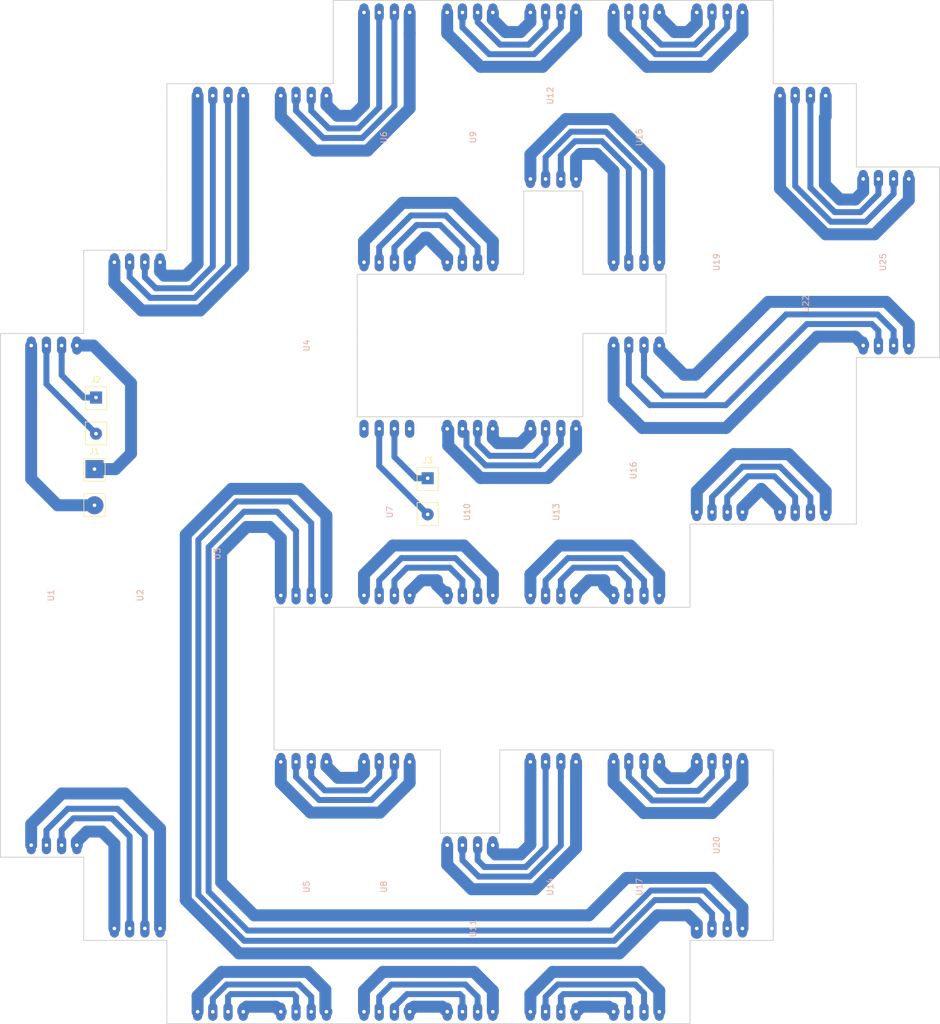
<source format=kicad_pcb>
(kicad_pcb (version 4) (host pcbnew 4.0.6)

  (general
    (links 86)
    (no_connects 2)
    (area 27.407199 47.997199 184.335001 218.813901)
    (thickness 1.6)
    (drawings 222)
    (tracks 472)
    (zones 0)
    (modules 24)
    (nets 87)
  )

  (page A4 portrait)
  (layers
    (0 F.Cu signal)
    (31 B.Cu signal)
    (32 B.Adhes user)
    (33 F.Adhes user hide)
    (34 B.Paste user)
    (35 F.Paste user hide)
    (36 B.SilkS user)
    (37 F.SilkS user hide)
    (38 B.Mask user)
    (39 F.Mask user hide)
    (40 Dwgs.User user)
    (41 Cmts.User user)
    (42 Eco1.User user)
    (43 Eco2.User user)
    (44 Edge.Cuts user)
    (45 Margin user hide)
    (46 B.CrtYd user)
    (47 F.CrtYd user hide)
    (48 B.Fab user)
    (49 F.Fab user)
  )

  (setup
    (last_trace_width 2)
    (trace_clearance 0.6)
    (zone_clearance 0.508)
    (zone_45_only no)
    (trace_min 0.2)
    (segment_width 0.2)
    (edge_width 0.15)
    (via_size 0.6)
    (via_drill 0.6)
    (via_min_size 0.4)
    (via_min_drill 0.3)
    (uvia_size 0.3)
    (uvia_drill 0.1)
    (uvias_allowed no)
    (uvia_min_size 0.2)
    (uvia_min_drill 0.1)
    (pcb_text_width 0.3)
    (pcb_text_size 1.5 1.5)
    (mod_edge_width 0.15)
    (mod_text_size 1 1)
    (mod_text_width 0.15)
    (pad_size 1.524 1.524)
    (pad_drill 0.6)
    (pad_to_mask_clearance 0.2)
    (aux_axis_origin 0 0)
    (visible_elements FFFFFFFF)
    (pcbplotparams
      (layerselection 0x01000_80000000)
      (usegerberextensions false)
      (excludeedgelayer true)
      (linewidth 0.100000)
      (plotframeref false)
      (viasonmask false)
      (mode 1)
      (useauxorigin false)
      (hpglpennumber 1)
      (hpglpenspeed 20)
      (hpglpendiameter 15)
      (hpglpenoverlay 2)
      (psnegative false)
      (psa4output false)
      (plotreference false)
      (plotvalue false)
      (plotinvisibletext false)
      (padsonsilk false)
      (subtractmaskfromsilk false)
      (outputformat 1)
      (mirror false)
      (drillshape 0)
      (scaleselection 1)
      (outputdirectory gerbers/))
  )

  (net 0 "")
  (net 1 +5V)
  (net 2 GND)
  (net 3 "Net-(J2-Pad1)")
  (net 4 "Net-(J2-Pad2)")
  (net 5 "Net-(J3-Pad1)")
  (net 6 "Net-(J3-Pad2)")
  (net 7 "Net-(U1-Pad5)")
  (net 8 "Net-(U1-Pad6)")
  (net 9 "Net-(U1-Pad7)")
  (net 10 "Net-(U1-Pad8)")
  (net 11 "Net-(U2-Pad5)")
  (net 12 "Net-(U2-Pad6)")
  (net 13 "Net-(U2-Pad7)")
  (net 14 "Net-(U2-Pad8)")
  (net 15 "Net-(U3-Pad5)")
  (net 16 "Net-(U3-Pad6)")
  (net 17 "Net-(U3-Pad7)")
  (net 18 "Net-(U3-Pad8)")
  (net 19 "Net-(U20-Pad5)")
  (net 20 "Net-(U20-Pad6)")
  (net 21 "Net-(U20-Pad7)")
  (net 22 "Net-(U20-Pad8)")
  (net 23 "Net-(U4-Pad5)")
  (net 24 "Net-(U4-Pad6)")
  (net 25 "Net-(U4-Pad7)")
  (net 26 "Net-(U4-Pad8)")
  (net 27 "Net-(U5-Pad5)")
  (net 28 "Net-(U5-Pad6)")
  (net 29 "Net-(U5-Pad7)")
  (net 30 "Net-(U5-Pad8)")
  (net 31 "Net-(U6-Pad5)")
  (net 32 "Net-(U6-Pad6)")
  (net 33 "Net-(U6-Pad7)")
  (net 34 "Net-(U6-Pad8)")
  (net 35 "Net-(U10-Pad5)")
  (net 36 "Net-(U10-Pad6)")
  (net 37 "Net-(U10-Pad7)")
  (net 38 "Net-(U10-Pad8)")
  (net 39 "Net-(U11-Pad1)")
  (net 40 "Net-(U11-Pad2)")
  (net 41 "Net-(U11-Pad3)")
  (net 42 "Net-(U11-Pad4)")
  (net 43 "Net-(U12-Pad1)")
  (net 44 "Net-(U12-Pad2)")
  (net 45 "Net-(U12-Pad3)")
  (net 46 "Net-(U12-Pad4)")
  (net 47 "Net-(U10-Pad1)")
  (net 48 "Net-(U10-Pad2)")
  (net 49 "Net-(U10-Pad3)")
  (net 50 "Net-(U10-Pad4)")
  (net 51 "Net-(U11-Pad5)")
  (net 52 "Net-(U11-Pad6)")
  (net 53 "Net-(U11-Pad7)")
  (net 54 "Net-(U11-Pad8)")
  (net 55 "Net-(U12-Pad5)")
  (net 56 "Net-(U12-Pad6)")
  (net 57 "Net-(U12-Pad7)")
  (net 58 "Net-(U12-Pad8)")
  (net 59 "Net-(U13-Pad1)")
  (net 60 "Net-(U13-Pad2)")
  (net 61 "Net-(U13-Pad3)")
  (net 62 "Net-(U13-Pad4)")
  (net 63 "Net-(U14-Pad5)")
  (net 64 "Net-(U14-Pad6)")
  (net 65 "Net-(U14-Pad7)")
  (net 66 "Net-(U14-Pad8)")
  (net 67 "Net-(U15-Pad5)")
  (net 68 "Net-(U15-Pad6)")
  (net 69 "Net-(U15-Pad7)")
  (net 70 "Net-(U15-Pad8)")
  (net 71 "Net-(U16-Pad1)")
  (net 72 "Net-(U16-Pad2)")
  (net 73 "Net-(U16-Pad3)")
  (net 74 "Net-(U16-Pad4)")
  (net 75 "Net-(U17-Pad5)")
  (net 76 "Net-(U17-Pad6)")
  (net 77 "Net-(U17-Pad7)")
  (net 78 "Net-(U17-Pad8)")
  (net 79 "Net-(U19-Pad5)")
  (net 80 "Net-(U19-Pad6)")
  (net 81 "Net-(U19-Pad7)")
  (net 82 "Net-(U19-Pad8)")
  (net 83 "Net-(U22-Pad5)")
  (net 84 "Net-(U22-Pad6)")
  (net 85 "Net-(U22-Pad7)")
  (net 86 "Net-(U22-Pad8)")

  (net_class Default "This is the default net class."
    (clearance 0.6)
    (trace_width 2)
    (via_drill 1)
    (via_drill 0.6)
    (uvia_dia 0.3)
    (uvia_drill 0.1)
    (add_net +5V)
    (add_net GND)
    (add_net "Net-(U1-Pad5)")
    (add_net "Net-(U1-Pad8)")
    (add_net "Net-(U10-Pad1)")
    (add_net "Net-(U10-Pad4)")
    (add_net "Net-(U10-Pad5)")
    (add_net "Net-(U10-Pad8)")
    (add_net "Net-(U11-Pad1)")
    (add_net "Net-(U11-Pad4)")
    (add_net "Net-(U11-Pad5)")
    (add_net "Net-(U11-Pad8)")
    (add_net "Net-(U12-Pad1)")
    (add_net "Net-(U12-Pad4)")
    (add_net "Net-(U12-Pad5)")
    (add_net "Net-(U12-Pad8)")
    (add_net "Net-(U13-Pad1)")
    (add_net "Net-(U13-Pad4)")
    (add_net "Net-(U14-Pad5)")
    (add_net "Net-(U14-Pad8)")
    (add_net "Net-(U15-Pad5)")
    (add_net "Net-(U15-Pad8)")
    (add_net "Net-(U16-Pad1)")
    (add_net "Net-(U16-Pad4)")
    (add_net "Net-(U17-Pad5)")
    (add_net "Net-(U17-Pad8)")
    (add_net "Net-(U19-Pad5)")
    (add_net "Net-(U19-Pad8)")
    (add_net "Net-(U2-Pad5)")
    (add_net "Net-(U2-Pad8)")
    (add_net "Net-(U20-Pad5)")
    (add_net "Net-(U20-Pad8)")
    (add_net "Net-(U22-Pad5)")
    (add_net "Net-(U22-Pad8)")
    (add_net "Net-(U3-Pad5)")
    (add_net "Net-(U3-Pad8)")
    (add_net "Net-(U4-Pad5)")
    (add_net "Net-(U4-Pad8)")
    (add_net "Net-(U5-Pad5)")
    (add_net "Net-(U5-Pad8)")
    (add_net "Net-(U6-Pad5)")
    (add_net "Net-(U6-Pad8)")
  )

  (net_class Signal ""
    (clearance 0.6)
    (trace_width 1)
    (via_drill 1)
    (via_drill 0.6)
    (uvia_dia 0.3)
    (uvia_drill 0.1)
    (add_net "Net-(J2-Pad1)")
    (add_net "Net-(J2-Pad2)")
    (add_net "Net-(J3-Pad1)")
    (add_net "Net-(J3-Pad2)")
    (add_net "Net-(U1-Pad6)")
    (add_net "Net-(U1-Pad7)")
    (add_net "Net-(U10-Pad2)")
    (add_net "Net-(U10-Pad3)")
    (add_net "Net-(U10-Pad6)")
    (add_net "Net-(U10-Pad7)")
    (add_net "Net-(U11-Pad2)")
    (add_net "Net-(U11-Pad3)")
    (add_net "Net-(U11-Pad6)")
    (add_net "Net-(U11-Pad7)")
    (add_net "Net-(U12-Pad2)")
    (add_net "Net-(U12-Pad3)")
    (add_net "Net-(U12-Pad6)")
    (add_net "Net-(U12-Pad7)")
    (add_net "Net-(U13-Pad2)")
    (add_net "Net-(U13-Pad3)")
    (add_net "Net-(U14-Pad6)")
    (add_net "Net-(U14-Pad7)")
    (add_net "Net-(U15-Pad6)")
    (add_net "Net-(U15-Pad7)")
    (add_net "Net-(U16-Pad2)")
    (add_net "Net-(U16-Pad3)")
    (add_net "Net-(U17-Pad6)")
    (add_net "Net-(U17-Pad7)")
    (add_net "Net-(U19-Pad6)")
    (add_net "Net-(U19-Pad7)")
    (add_net "Net-(U2-Pad6)")
    (add_net "Net-(U2-Pad7)")
    (add_net "Net-(U20-Pad6)")
    (add_net "Net-(U20-Pad7)")
    (add_net "Net-(U22-Pad6)")
    (add_net "Net-(U22-Pad7)")
    (add_net "Net-(U3-Pad6)")
    (add_net "Net-(U3-Pad7)")
    (add_net "Net-(U4-Pad6)")
    (add_net "Net-(U4-Pad7)")
    (add_net "Net-(U5-Pad6)")
    (add_net "Net-(U5-Pad7)")
    (add_net "Net-(U6-Pad6)")
    (add_net "Net-(U6-Pad7)")
  )

  (module apa102c_72m:APA102C_72m_x11 (layer B.Cu) (tedit 59559C0C) (tstamp 59559C0C)
    (at 64.2044 140.35 270)
    (path /5954F110)
    (fp_text reference U3 (at 0 0.5 270) (layer B.SilkS)
      (effects (font (size 1 1) (thickness 0.15)))
    )
    (fp_text value APA102C_x11 (at 0 -0.5 270) (layer B.Fab)
      (effects (font (size 1 1) (thickness 0.15)))
    )
    (fp_line (start -76.3889 -5.08) (end -76.3889 5.08) (layer B.CrtYd) (width 0.15))
    (fp_line (start 76.3889 -5.08) (end -76.3889 -5.08) (layer B.CrtYd) (width 0.15))
    (fp_line (start 76.3889 5.08) (end 76.3889 -5.08) (layer B.CrtYd) (width 0.15))
    (fp_line (start -76.3889 5.08) (end 76.3889 5.08) (layer B.CrtYd) (width 0.15))
    (pad 1 thru_hole oval (at -76.3889 -3.81 270) (size 3 1.524) (drill 0.6) (layers *.Cu *.Mask)
      (net 11 "Net-(U2-Pad5)"))
    (pad 2 thru_hole oval (at -76.3889 -1.27 270) (size 3 1.524) (drill 0.6) (layers *.Cu *.Mask)
      (net 12 "Net-(U2-Pad6)"))
    (pad 3 thru_hole oval (at -76.3889 1.27 270) (size 3 1.524) (drill 0.6) (layers *.Cu *.Mask)
      (net 13 "Net-(U2-Pad7)"))
    (pad 4 thru_hole oval (at -76.3889 3.81 270) (size 3 1.524) (drill 0.6) (layers *.Cu *.Mask)
      (net 14 "Net-(U2-Pad8)"))
    (pad 5 thru_hole oval (at 76.3889 -3.81 270) (size 3 1.524) (drill 0.6) (layers *.Cu *.Mask)
      (net 15 "Net-(U3-Pad5)"))
    (pad 6 thru_hole oval (at 76.3889 -1.27 270) (size 3 1.524) (drill 0.6) (layers *.Cu *.Mask)
      (net 16 "Net-(U3-Pad6)"))
    (pad 7 thru_hole oval (at 76.3889 1.27 270) (size 3 1.524) (drill 0.6) (layers *.Cu *.Mask)
      (net 17 "Net-(U3-Pad7)"))
    (pad 8 thru_hole oval (at 76.3889 3.81 270) (size 3 1.524) (drill 0.6) (layers *.Cu *.Mask)
      (net 18 "Net-(U3-Pad8)"))
  )

  (module apa102c_72m:APA102C_72m_x6 (layer B.Cu) (tedit 59559C0C) (tstamp 59559C0C)
    (at 36.4267 147.2944 270)
    (path /5954F10E)
    (fp_text reference U1 (at 0 0.5 270) (layer B.SilkS)
      (effects (font (size 1 1) (thickness 0.15)))
    )
    (fp_text value APA102C_x6 (at 0 -0.5 270) (layer B.Fab)
      (effects (font (size 1 1) (thickness 0.15)))
    )
    (fp_line (start -41.6667 -5.08) (end -41.6667 5.08) (layer B.CrtYd) (width 0.15))
    (fp_line (start 41.6667 -5.08) (end -41.6667 -5.08) (layer B.CrtYd) (width 0.15))
    (fp_line (start 41.6667 5.08) (end 41.6667 -5.08) (layer B.CrtYd) (width 0.15))
    (fp_line (start -41.6667 5.08) (end 41.6667 5.08) (layer B.CrtYd) (width 0.15))
    (pad 1 thru_hole oval (at -41.6667 -3.81 270) (size 3 1.524) (drill 0.6) (layers *.Cu *.Mask)
      (net 2 GND))
    (pad 2 thru_hole oval (at -41.6667 -1.27 270) (size 3 1.524) (drill 0.6) (layers *.Cu *.Mask)
      (net 3 "Net-(J2-Pad1)"))
    (pad 3 thru_hole oval (at -41.6667 1.27 270) (size 3 1.524) (drill 0.6) (layers *.Cu *.Mask)
      (net 4 "Net-(J2-Pad2)"))
    (pad 4 thru_hole oval (at -41.6667 3.81 270) (size 3 1.524) (drill 0.6) (layers *.Cu *.Mask)
      (net 1 +5V))
    (pad 5 thru_hole oval (at 41.6667 -3.81 270) (size 3 1.524) (drill 0.6) (layers *.Cu *.Mask)
      (net 7 "Net-(U1-Pad5)"))
    (pad 6 thru_hole oval (at 41.6667 -1.27 270) (size 3 1.524) (drill 0.6) (layers *.Cu *.Mask)
      (net 8 "Net-(U1-Pad6)"))
    (pad 7 thru_hole oval (at 41.6667 1.27 270) (size 3 1.524) (drill 0.6) (layers *.Cu *.Mask)
      (net 9 "Net-(U1-Pad7)"))
    (pad 8 thru_hole oval (at 41.6667 3.81 270) (size 3 1.524) (drill 0.6) (layers *.Cu *.Mask)
      (net 10 "Net-(U1-Pad8)"))
  )

  (module apa102c_72m:APA102C_72m_x8 (layer B.Cu) (tedit 59559C0C) (tstamp 59559C0C)
    (at 50.3156 147.2944 90)
    (path /5954F10F)
    (fp_text reference U2 (at 0 0.5 90) (layer B.SilkS)
      (effects (font (size 1 1) (thickness 0.15)))
    )
    (fp_text value APA102C_x8 (at 0 -0.5 90) (layer B.Fab)
      (effects (font (size 1 1) (thickness 0.15)))
    )
    (fp_line (start -55.5556 -5.08) (end -55.5556 5.08) (layer B.CrtYd) (width 0.15))
    (fp_line (start 55.5556 -5.08) (end -55.5556 -5.08) (layer B.CrtYd) (width 0.15))
    (fp_line (start 55.5556 5.08) (end 55.5556 -5.08) (layer B.CrtYd) (width 0.15))
    (fp_line (start -55.5556 5.08) (end 55.5556 5.08) (layer B.CrtYd) (width 0.15))
    (pad 1 thru_hole oval (at -55.5556 -3.81 90) (size 3 1.524) (drill 0.6) (layers *.Cu *.Mask)
      (net 7 "Net-(U1-Pad5)"))
    (pad 2 thru_hole oval (at -55.5556 -1.27 90) (size 3 1.524) (drill 0.6) (layers *.Cu *.Mask)
      (net 8 "Net-(U1-Pad6)"))
    (pad 3 thru_hole oval (at -55.5556 1.27 90) (size 3 1.524) (drill 0.6) (layers *.Cu *.Mask)
      (net 9 "Net-(U1-Pad7)"))
    (pad 4 thru_hole oval (at -55.5556 3.81 90) (size 3 1.524) (drill 0.6) (layers *.Cu *.Mask)
      (net 10 "Net-(U1-Pad8)"))
    (pad 5 thru_hole oval (at 55.5556 -3.81 90) (size 3 1.524) (drill 0.6) (layers *.Cu *.Mask)
      (net 11 "Net-(U2-Pad5)"))
    (pad 6 thru_hole oval (at 55.5556 -1.27 90) (size 3 1.524) (drill 0.6) (layers *.Cu *.Mask)
      (net 12 "Net-(U2-Pad6)"))
    (pad 7 thru_hole oval (at 55.5556 1.27 90) (size 3 1.524) (drill 0.6) (layers *.Cu *.Mask)
      (net 13 "Net-(U2-Pad7)"))
    (pad 8 thru_hole oval (at 55.5556 3.81 90) (size 3 1.524) (drill 0.6) (layers *.Cu *.Mask)
      (net 14 "Net-(U2-Pad8)"))
  )

  (module apa102c_72m:APA102C_72m_x6 (layer B.Cu) (tedit 59559C0C) (tstamp 59559C0C)
    (at 78.0933 105.6278 90)
    (path /5954F111)
    (fp_text reference U4 (at 0 0.5 90) (layer B.SilkS)
      (effects (font (size 1 1) (thickness 0.15)))
    )
    (fp_text value APA102C_x6 (at 0 -0.5 90) (layer B.Fab)
      (effects (font (size 1 1) (thickness 0.15)))
    )
    (fp_line (start -41.6667 -5.08) (end -41.6667 5.08) (layer B.CrtYd) (width 0.15))
    (fp_line (start 41.6667 -5.08) (end -41.6667 -5.08) (layer B.CrtYd) (width 0.15))
    (fp_line (start 41.6667 5.08) (end 41.6667 -5.08) (layer B.CrtYd) (width 0.15))
    (fp_line (start -41.6667 5.08) (end 41.6667 5.08) (layer B.CrtYd) (width 0.15))
    (pad 1 thru_hole oval (at -41.6667 -3.81 90) (size 3 1.524) (drill 0.6) (layers *.Cu *.Mask)
      (net 19 "Net-(U20-Pad5)"))
    (pad 2 thru_hole oval (at -41.6667 -1.27 90) (size 3 1.524) (drill 0.6) (layers *.Cu *.Mask)
      (net 20 "Net-(U20-Pad6)"))
    (pad 3 thru_hole oval (at -41.6667 1.27 90) (size 3 1.524) (drill 0.6) (layers *.Cu *.Mask)
      (net 21 "Net-(U20-Pad7)"))
    (pad 4 thru_hole oval (at -41.6667 3.81 90) (size 3 1.524) (drill 0.6) (layers *.Cu *.Mask)
      (net 22 "Net-(U20-Pad8)"))
    (pad 5 thru_hole oval (at 41.6667 -3.81 90) (size 3 1.524) (drill 0.6) (layers *.Cu *.Mask)
      (net 23 "Net-(U4-Pad5)"))
    (pad 6 thru_hole oval (at 41.6667 -1.27 90) (size 3 1.524) (drill 0.6) (layers *.Cu *.Mask)
      (net 24 "Net-(U4-Pad6)"))
    (pad 7 thru_hole oval (at 41.6667 1.27 90) (size 3 1.524) (drill 0.6) (layers *.Cu *.Mask)
      (net 25 "Net-(U4-Pad7)"))
    (pad 8 thru_hole oval (at 41.6667 3.81 90) (size 3 1.524) (drill 0.6) (layers *.Cu *.Mask)
      (net 26 "Net-(U4-Pad8)"))
  )

  (module apa102c_72m:APA102C_72m_x3 (layer B.Cu) (tedit 59559C0C) (tstamp 59559C0C)
    (at 78.0933 195.9056 90)
    (path /5954F112)
    (fp_text reference U5 (at 0 0.5 90) (layer B.SilkS)
      (effects (font (size 1 1) (thickness 0.15)))
    )
    (fp_text value APA102C_x3 (at 0 -0.5 90) (layer B.Fab)
      (effects (font (size 1 1) (thickness 0.15)))
    )
    (fp_line (start -20.8333 -5.08) (end -20.8333 5.08) (layer B.CrtYd) (width 0.15))
    (fp_line (start 20.8333 -5.08) (end -20.8333 -5.08) (layer B.CrtYd) (width 0.15))
    (fp_line (start 20.8333 5.08) (end 20.8333 -5.08) (layer B.CrtYd) (width 0.15))
    (fp_line (start -20.8333 5.08) (end 20.8333 5.08) (layer B.CrtYd) (width 0.15))
    (pad 1 thru_hole oval (at -20.8333 -3.81 90) (size 3 1.524) (drill 0.6) (layers *.Cu *.Mask)
      (net 15 "Net-(U3-Pad5)"))
    (pad 2 thru_hole oval (at -20.8333 -1.27 90) (size 3 1.524) (drill 0.6) (layers *.Cu *.Mask)
      (net 16 "Net-(U3-Pad6)"))
    (pad 3 thru_hole oval (at -20.8333 1.27 90) (size 3 1.524) (drill 0.6) (layers *.Cu *.Mask)
      (net 17 "Net-(U3-Pad7)"))
    (pad 4 thru_hole oval (at -20.8333 3.81 90) (size 3 1.524) (drill 0.6) (layers *.Cu *.Mask)
      (net 18 "Net-(U3-Pad8)"))
    (pad 5 thru_hole oval (at 20.8333 -3.81 90) (size 3 1.524) (drill 0.6) (layers *.Cu *.Mask)
      (net 27 "Net-(U5-Pad5)"))
    (pad 6 thru_hole oval (at 20.8333 -1.27 90) (size 3 1.524) (drill 0.6) (layers *.Cu *.Mask)
      (net 28 "Net-(U5-Pad6)"))
    (pad 7 thru_hole oval (at 20.8333 1.27 90) (size 3 1.524) (drill 0.6) (layers *.Cu *.Mask)
      (net 29 "Net-(U5-Pad7)"))
    (pad 8 thru_hole oval (at 20.8333 3.81 90) (size 3 1.524) (drill 0.6) (layers *.Cu *.Mask)
      (net 30 "Net-(U5-Pad8)"))
  )

  (module apa102c_72m:APA102C_72m_x3 (layer B.Cu) (tedit 59559C0C) (tstamp 59559C0C)
    (at 91.9822 70.9056 270)
    (path /5954F113)
    (fp_text reference U6 (at 0 0.5 270) (layer B.SilkS)
      (effects (font (size 1 1) (thickness 0.15)))
    )
    (fp_text value APA102C_x3 (at 0 -0.5 270) (layer B.Fab)
      (effects (font (size 1 1) (thickness 0.15)))
    )
    (fp_line (start -20.8333 -5.08) (end -20.8333 5.08) (layer B.CrtYd) (width 0.15))
    (fp_line (start 20.8333 -5.08) (end -20.8333 -5.08) (layer B.CrtYd) (width 0.15))
    (fp_line (start 20.8333 5.08) (end 20.8333 -5.08) (layer B.CrtYd) (width 0.15))
    (fp_line (start -20.8333 5.08) (end 20.8333 5.08) (layer B.CrtYd) (width 0.15))
    (pad 1 thru_hole oval (at -20.8333 -3.81 270) (size 3 1.524) (drill 0.6) (layers *.Cu *.Mask)
      (net 23 "Net-(U4-Pad5)"))
    (pad 2 thru_hole oval (at -20.8333 -1.27 270) (size 3 1.524) (drill 0.6) (layers *.Cu *.Mask)
      (net 24 "Net-(U4-Pad6)"))
    (pad 3 thru_hole oval (at -20.8333 1.27 270) (size 3 1.524) (drill 0.6) (layers *.Cu *.Mask)
      (net 25 "Net-(U4-Pad7)"))
    (pad 4 thru_hole oval (at -20.8333 3.81 270) (size 3 1.524) (drill 0.6) (layers *.Cu *.Mask)
      (net 26 "Net-(U4-Pad8)"))
    (pad 5 thru_hole oval (at 20.8333 -3.81 270) (size 3 1.524) (drill 0.6) (layers *.Cu *.Mask)
      (net 31 "Net-(U6-Pad5)"))
    (pad 6 thru_hole oval (at 20.8333 -1.27 270) (size 3 1.524) (drill 0.6) (layers *.Cu *.Mask)
      (net 32 "Net-(U6-Pad6)"))
    (pad 7 thru_hole oval (at 20.8333 1.27 270) (size 3 1.524) (drill 0.6) (layers *.Cu *.Mask)
      (net 33 "Net-(U6-Pad7)"))
    (pad 8 thru_hole oval (at 20.8333 3.81 270) (size 3 1.524) (drill 0.6) (layers *.Cu *.Mask)
      (net 34 "Net-(U6-Pad8)"))
  )

  (module apa102c_72m:APA102C_72m_x2 (layer B.Cu) (tedit 59559C0C) (tstamp 59559C0C)
    (at 91.9822 133.4056 90)
    (path /5954F114)
    (fp_text reference U7 (at 0 0.5 90) (layer B.SilkS)
      (effects (font (size 1 1) (thickness 0.15)))
    )
    (fp_text value APA102C_x2 (at 0 -0.5 90) (layer B.Fab)
      (effects (font (size 1 1) (thickness 0.15)))
    )
    (fp_line (start -13.8889 -5.08) (end -13.8889 5.08) (layer B.CrtYd) (width 0.15))
    (fp_line (start 13.8889 -5.08) (end -13.8889 -5.08) (layer B.CrtYd) (width 0.15))
    (fp_line (start 13.8889 5.08) (end 13.8889 -5.08) (layer B.CrtYd) (width 0.15))
    (fp_line (start -13.8889 5.08) (end 13.8889 5.08) (layer B.CrtYd) (width 0.15))
    (pad 1 thru_hole oval (at -13.8889 -3.81 90) (size 3 1.524) (drill 0.6) (layers *.Cu *.Mask)
      (net 35 "Net-(U10-Pad5)"))
    (pad 2 thru_hole oval (at -13.8889 -1.27 90) (size 3 1.524) (drill 0.6) (layers *.Cu *.Mask)
      (net 36 "Net-(U10-Pad6)"))
    (pad 3 thru_hole oval (at -13.8889 1.27 90) (size 3 1.524) (drill 0.6) (layers *.Cu *.Mask)
      (net 37 "Net-(U10-Pad7)"))
    (pad 4 thru_hole oval (at -13.8889 3.81 90) (size 3 1.524) (drill 0.6) (layers *.Cu *.Mask)
      (net 38 "Net-(U10-Pad8)"))
    (pad 5 thru_hole oval (at 13.8889 -3.81 90) (size 3 1.524) (drill 0.6) (layers *.Cu *.Mask))
    (pad 6 thru_hole oval (at 13.8889 -1.27 90) (size 3 1.524) (drill 0.6) (layers *.Cu *.Mask)
      (net 6 "Net-(J3-Pad2)"))
    (pad 7 thru_hole oval (at 13.8889 1.27 90) (size 3 1.524) (drill 0.6) (layers *.Cu *.Mask)
      (net 5 "Net-(J3-Pad1)"))
    (pad 8 thru_hole oval (at 13.8889 3.81 90) (size 3 1.524) (drill 0.6) (layers *.Cu *.Mask))
  )

  (module apa102c_72m:APA102C_72m_x3 (layer B.Cu) (tedit 59559C0C) (tstamp 59559C0C)
    (at 91.9822 195.9056 270)
    (path /5954F115)
    (fp_text reference U8 (at 0 0.5 270) (layer B.SilkS)
      (effects (font (size 1 1) (thickness 0.15)))
    )
    (fp_text value APA102C_x3 (at 0 -0.5 270) (layer B.Fab)
      (effects (font (size 1 1) (thickness 0.15)))
    )
    (fp_line (start -20.8333 -5.08) (end -20.8333 5.08) (layer B.CrtYd) (width 0.15))
    (fp_line (start 20.8333 -5.08) (end -20.8333 -5.08) (layer B.CrtYd) (width 0.15))
    (fp_line (start 20.8333 5.08) (end 20.8333 -5.08) (layer B.CrtYd) (width 0.15))
    (fp_line (start -20.8333 5.08) (end 20.8333 5.08) (layer B.CrtYd) (width 0.15))
    (pad 1 thru_hole oval (at -20.8333 -3.81 270) (size 3 1.524) (drill 0.6) (layers *.Cu *.Mask)
      (net 27 "Net-(U5-Pad5)"))
    (pad 2 thru_hole oval (at -20.8333 -1.27 270) (size 3 1.524) (drill 0.6) (layers *.Cu *.Mask)
      (net 28 "Net-(U5-Pad6)"))
    (pad 3 thru_hole oval (at -20.8333 1.27 270) (size 3 1.524) (drill 0.6) (layers *.Cu *.Mask)
      (net 29 "Net-(U5-Pad7)"))
    (pad 4 thru_hole oval (at -20.8333 3.81 270) (size 3 1.524) (drill 0.6) (layers *.Cu *.Mask)
      (net 30 "Net-(U5-Pad8)"))
    (pad 5 thru_hole oval (at 20.8333 -3.81 270) (size 3 1.524) (drill 0.6) (layers *.Cu *.Mask)
      (net 39 "Net-(U11-Pad1)"))
    (pad 6 thru_hole oval (at 20.8333 -1.27 270) (size 3 1.524) (drill 0.6) (layers *.Cu *.Mask)
      (net 40 "Net-(U11-Pad2)"))
    (pad 7 thru_hole oval (at 20.8333 1.27 270) (size 3 1.524) (drill 0.6) (layers *.Cu *.Mask)
      (net 41 "Net-(U11-Pad3)"))
    (pad 8 thru_hole oval (at 20.8333 3.81 270) (size 3 1.524) (drill 0.6) (layers *.Cu *.Mask)
      (net 42 "Net-(U11-Pad4)"))
  )

  (module apa102c_72m:APA102C_72m_x3 (layer B.Cu) (tedit 59559C0C) (tstamp 59559C0C)
    (at 105.8711 70.9056 90)
    (path /5954F116)
    (fp_text reference U9 (at 0 0.5 90) (layer B.SilkS)
      (effects (font (size 1 1) (thickness 0.15)))
    )
    (fp_text value APA102C_x3 (at 0 -0.5 90) (layer B.Fab)
      (effects (font (size 1 1) (thickness 0.15)))
    )
    (fp_line (start -20.8333 -5.08) (end -20.8333 5.08) (layer B.CrtYd) (width 0.15))
    (fp_line (start 20.8333 -5.08) (end -20.8333 -5.08) (layer B.CrtYd) (width 0.15))
    (fp_line (start 20.8333 5.08) (end 20.8333 -5.08) (layer B.CrtYd) (width 0.15))
    (fp_line (start -20.8333 5.08) (end 20.8333 5.08) (layer B.CrtYd) (width 0.15))
    (pad 1 thru_hole oval (at -20.8333 -3.81 90) (size 3 1.524) (drill 0.6) (layers *.Cu *.Mask)
      (net 31 "Net-(U6-Pad5)"))
    (pad 2 thru_hole oval (at -20.8333 -1.27 90) (size 3 1.524) (drill 0.6) (layers *.Cu *.Mask)
      (net 32 "Net-(U6-Pad6)"))
    (pad 3 thru_hole oval (at -20.8333 1.27 90) (size 3 1.524) (drill 0.6) (layers *.Cu *.Mask)
      (net 33 "Net-(U6-Pad7)"))
    (pad 4 thru_hole oval (at -20.8333 3.81 90) (size 3 1.524) (drill 0.6) (layers *.Cu *.Mask)
      (net 34 "Net-(U6-Pad8)"))
    (pad 5 thru_hole oval (at 20.8333 -3.81 90) (size 3 1.524) (drill 0.6) (layers *.Cu *.Mask)
      (net 43 "Net-(U12-Pad1)"))
    (pad 6 thru_hole oval (at 20.8333 -1.27 90) (size 3 1.524) (drill 0.6) (layers *.Cu *.Mask)
      (net 44 "Net-(U12-Pad2)"))
    (pad 7 thru_hole oval (at 20.8333 1.27 90) (size 3 1.524) (drill 0.6) (layers *.Cu *.Mask)
      (net 45 "Net-(U12-Pad3)"))
    (pad 8 thru_hole oval (at 20.8333 3.81 90) (size 3 1.524) (drill 0.6) (layers *.Cu *.Mask)
      (net 46 "Net-(U12-Pad4)"))
  )

  (module apa102c_72m:APA102C_72m_x2 (layer B.Cu) (tedit 59559C0C) (tstamp 59559C0C)
    (at 105.8711 133.4056 270)
    (path /5954F117)
    (fp_text reference U10 (at 0 0.5 270) (layer B.SilkS)
      (effects (font (size 1 1) (thickness 0.15)))
    )
    (fp_text value APA102C_x2 (at 0 -0.5 270) (layer B.Fab)
      (effects (font (size 1 1) (thickness 0.15)))
    )
    (fp_line (start -13.8889 -5.08) (end -13.8889 5.08) (layer B.CrtYd) (width 0.15))
    (fp_line (start 13.8889 -5.08) (end -13.8889 -5.08) (layer B.CrtYd) (width 0.15))
    (fp_line (start 13.8889 5.08) (end 13.8889 -5.08) (layer B.CrtYd) (width 0.15))
    (fp_line (start -13.8889 5.08) (end 13.8889 5.08) (layer B.CrtYd) (width 0.15))
    (pad 1 thru_hole oval (at -13.8889 -3.81 270) (size 3 1.524) (drill 0.6) (layers *.Cu *.Mask)
      (net 47 "Net-(U10-Pad1)"))
    (pad 2 thru_hole oval (at -13.8889 -1.27 270) (size 3 1.524) (drill 0.6) (layers *.Cu *.Mask)
      (net 48 "Net-(U10-Pad2)"))
    (pad 3 thru_hole oval (at -13.8889 1.27 270) (size 3 1.524) (drill 0.6) (layers *.Cu *.Mask)
      (net 49 "Net-(U10-Pad3)"))
    (pad 4 thru_hole oval (at -13.8889 3.81 270) (size 3 1.524) (drill 0.6) (layers *.Cu *.Mask)
      (net 50 "Net-(U10-Pad4)"))
    (pad 5 thru_hole oval (at 13.8889 -3.81 270) (size 3 1.524) (drill 0.6) (layers *.Cu *.Mask)
      (net 35 "Net-(U10-Pad5)"))
    (pad 6 thru_hole oval (at 13.8889 -1.27 270) (size 3 1.524) (drill 0.6) (layers *.Cu *.Mask)
      (net 36 "Net-(U10-Pad6)"))
    (pad 7 thru_hole oval (at 13.8889 1.27 270) (size 3 1.524) (drill 0.6) (layers *.Cu *.Mask)
      (net 37 "Net-(U10-Pad7)"))
    (pad 8 thru_hole oval (at 13.8889 3.81 270) (size 3 1.524) (drill 0.6) (layers *.Cu *.Mask)
      (net 38 "Net-(U10-Pad8)"))
  )

  (module apa102c_72m:APA102C_72m_x2 (layer B.Cu) (tedit 59559C0C) (tstamp 59559C0C)
    (at 105.8711 202.85 90)
    (path /5954F118)
    (fp_text reference U11 (at 0 0.5 90) (layer B.SilkS)
      (effects (font (size 1 1) (thickness 0.15)))
    )
    (fp_text value APA102C_x2 (at 0 -0.5 90) (layer B.Fab)
      (effects (font (size 1 1) (thickness 0.15)))
    )
    (fp_line (start -13.8889 -5.08) (end -13.8889 5.08) (layer B.CrtYd) (width 0.15))
    (fp_line (start 13.8889 -5.08) (end -13.8889 -5.08) (layer B.CrtYd) (width 0.15))
    (fp_line (start 13.8889 5.08) (end 13.8889 -5.08) (layer B.CrtYd) (width 0.15))
    (fp_line (start -13.8889 5.08) (end 13.8889 5.08) (layer B.CrtYd) (width 0.15))
    (pad 1 thru_hole oval (at -13.8889 -3.81 90) (size 3 1.524) (drill 0.6) (layers *.Cu *.Mask)
      (net 39 "Net-(U11-Pad1)"))
    (pad 2 thru_hole oval (at -13.8889 -1.27 90) (size 3 1.524) (drill 0.6) (layers *.Cu *.Mask)
      (net 40 "Net-(U11-Pad2)"))
    (pad 3 thru_hole oval (at -13.8889 1.27 90) (size 3 1.524) (drill 0.6) (layers *.Cu *.Mask)
      (net 41 "Net-(U11-Pad3)"))
    (pad 4 thru_hole oval (at -13.8889 3.81 90) (size 3 1.524) (drill 0.6) (layers *.Cu *.Mask)
      (net 42 "Net-(U11-Pad4)"))
    (pad 5 thru_hole oval (at 13.8889 -3.81 90) (size 3 1.524) (drill 0.6) (layers *.Cu *.Mask)
      (net 51 "Net-(U11-Pad5)"))
    (pad 6 thru_hole oval (at 13.8889 -1.27 90) (size 3 1.524) (drill 0.6) (layers *.Cu *.Mask)
      (net 52 "Net-(U11-Pad6)"))
    (pad 7 thru_hole oval (at 13.8889 1.27 90) (size 3 1.524) (drill 0.6) (layers *.Cu *.Mask)
      (net 53 "Net-(U11-Pad7)"))
    (pad 8 thru_hole oval (at 13.8889 3.81 90) (size 3 1.524) (drill 0.6) (layers *.Cu *.Mask)
      (net 54 "Net-(U11-Pad8)"))
  )

  (module apa102c_72m:APA102C_72m_x2 (layer B.Cu) (tedit 59559C0C) (tstamp 59559C0C)
    (at 119.76 63.9611 270)
    (path /5954F119)
    (fp_text reference U12 (at 0 0.5 270) (layer B.SilkS)
      (effects (font (size 1 1) (thickness 0.15)))
    )
    (fp_text value APA102C_x2 (at 0 -0.5 270) (layer B.Fab)
      (effects (font (size 1 1) (thickness 0.15)))
    )
    (fp_line (start -13.8889 -5.08) (end -13.8889 5.08) (layer B.CrtYd) (width 0.15))
    (fp_line (start 13.8889 -5.08) (end -13.8889 -5.08) (layer B.CrtYd) (width 0.15))
    (fp_line (start 13.8889 5.08) (end 13.8889 -5.08) (layer B.CrtYd) (width 0.15))
    (fp_line (start -13.8889 5.08) (end 13.8889 5.08) (layer B.CrtYd) (width 0.15))
    (pad 1 thru_hole oval (at -13.8889 -3.81 270) (size 3 1.524) (drill 0.6) (layers *.Cu *.Mask)
      (net 43 "Net-(U12-Pad1)"))
    (pad 2 thru_hole oval (at -13.8889 -1.27 270) (size 3 1.524) (drill 0.6) (layers *.Cu *.Mask)
      (net 44 "Net-(U12-Pad2)"))
    (pad 3 thru_hole oval (at -13.8889 1.27 270) (size 3 1.524) (drill 0.6) (layers *.Cu *.Mask)
      (net 45 "Net-(U12-Pad3)"))
    (pad 4 thru_hole oval (at -13.8889 3.81 270) (size 3 1.524) (drill 0.6) (layers *.Cu *.Mask)
      (net 46 "Net-(U12-Pad4)"))
    (pad 5 thru_hole oval (at 13.8889 -3.81 270) (size 3 1.524) (drill 0.6) (layers *.Cu *.Mask)
      (net 55 "Net-(U12-Pad5)"))
    (pad 6 thru_hole oval (at 13.8889 -1.27 270) (size 3 1.524) (drill 0.6) (layers *.Cu *.Mask)
      (net 56 "Net-(U12-Pad6)"))
    (pad 7 thru_hole oval (at 13.8889 1.27 270) (size 3 1.524) (drill 0.6) (layers *.Cu *.Mask)
      (net 57 "Net-(U12-Pad7)"))
    (pad 8 thru_hole oval (at 13.8889 3.81 270) (size 3 1.524) (drill 0.6) (layers *.Cu *.Mask)
      (net 58 "Net-(U12-Pad8)"))
  )

  (module apa102c_72m:APA102C_72m_x2 (layer B.Cu) (tedit 59559C0C) (tstamp 59559C0C)
    (at 119.76 133.4056 90)
    (path /5954F11A)
    (fp_text reference U13 (at 0 0.5 90) (layer B.SilkS)
      (effects (font (size 1 1) (thickness 0.15)))
    )
    (fp_text value APA102C_x2 (at 0 -0.5 90) (layer B.Fab)
      (effects (font (size 1 1) (thickness 0.15)))
    )
    (fp_line (start -13.8889 -5.08) (end -13.8889 5.08) (layer B.CrtYd) (width 0.15))
    (fp_line (start 13.8889 -5.08) (end -13.8889 -5.08) (layer B.CrtYd) (width 0.15))
    (fp_line (start 13.8889 5.08) (end 13.8889 -5.08) (layer B.CrtYd) (width 0.15))
    (fp_line (start -13.8889 5.08) (end 13.8889 5.08) (layer B.CrtYd) (width 0.15))
    (pad 1 thru_hole oval (at -13.8889 -3.81 90) (size 3 1.524) (drill 0.6) (layers *.Cu *.Mask)
      (net 59 "Net-(U13-Pad1)"))
    (pad 2 thru_hole oval (at -13.8889 -1.27 90) (size 3 1.524) (drill 0.6) (layers *.Cu *.Mask)
      (net 60 "Net-(U13-Pad2)"))
    (pad 3 thru_hole oval (at -13.8889 1.27 90) (size 3 1.524) (drill 0.6) (layers *.Cu *.Mask)
      (net 61 "Net-(U13-Pad3)"))
    (pad 4 thru_hole oval (at -13.8889 3.81 90) (size 3 1.524) (drill 0.6) (layers *.Cu *.Mask)
      (net 62 "Net-(U13-Pad4)"))
    (pad 5 thru_hole oval (at 13.8889 -3.81 90) (size 3 1.524) (drill 0.6) (layers *.Cu *.Mask)
      (net 47 "Net-(U10-Pad1)"))
    (pad 6 thru_hole oval (at 13.8889 -1.27 90) (size 3 1.524) (drill 0.6) (layers *.Cu *.Mask)
      (net 48 "Net-(U10-Pad2)"))
    (pad 7 thru_hole oval (at 13.8889 1.27 90) (size 3 1.524) (drill 0.6) (layers *.Cu *.Mask)
      (net 49 "Net-(U10-Pad3)"))
    (pad 8 thru_hole oval (at 13.8889 3.81 90) (size 3 1.524) (drill 0.6) (layers *.Cu *.Mask)
      (net 50 "Net-(U10-Pad4)"))
  )

  (module apa102c_72m:APA102C_72m_x3 (layer B.Cu) (tedit 59559C0C) (tstamp 59559C0C)
    (at 119.76 195.9056 270)
    (path /5954F11B)
    (fp_text reference U14 (at 0 0.5 270) (layer B.SilkS)
      (effects (font (size 1 1) (thickness 0.15)))
    )
    (fp_text value APA102C_x3 (at 0 -0.5 270) (layer B.Fab)
      (effects (font (size 1 1) (thickness 0.15)))
    )
    (fp_line (start -20.8333 -5.08) (end -20.8333 5.08) (layer B.CrtYd) (width 0.15))
    (fp_line (start 20.8333 -5.08) (end -20.8333 -5.08) (layer B.CrtYd) (width 0.15))
    (fp_line (start 20.8333 5.08) (end 20.8333 -5.08) (layer B.CrtYd) (width 0.15))
    (fp_line (start -20.8333 5.08) (end 20.8333 5.08) (layer B.CrtYd) (width 0.15))
    (pad 1 thru_hole oval (at -20.8333 -3.81 270) (size 3 1.524) (drill 0.6) (layers *.Cu *.Mask)
      (net 51 "Net-(U11-Pad5)"))
    (pad 2 thru_hole oval (at -20.8333 -1.27 270) (size 3 1.524) (drill 0.6) (layers *.Cu *.Mask)
      (net 52 "Net-(U11-Pad6)"))
    (pad 3 thru_hole oval (at -20.8333 1.27 270) (size 3 1.524) (drill 0.6) (layers *.Cu *.Mask)
      (net 53 "Net-(U11-Pad7)"))
    (pad 4 thru_hole oval (at -20.8333 3.81 270) (size 3 1.524) (drill 0.6) (layers *.Cu *.Mask)
      (net 54 "Net-(U11-Pad8)"))
    (pad 5 thru_hole oval (at 20.8333 -3.81 270) (size 3 1.524) (drill 0.6) (layers *.Cu *.Mask)
      (net 63 "Net-(U14-Pad5)"))
    (pad 6 thru_hole oval (at 20.8333 -1.27 270) (size 3 1.524) (drill 0.6) (layers *.Cu *.Mask)
      (net 64 "Net-(U14-Pad6)"))
    (pad 7 thru_hole oval (at 20.8333 1.27 270) (size 3 1.524) (drill 0.6) (layers *.Cu *.Mask)
      (net 65 "Net-(U14-Pad7)"))
    (pad 8 thru_hole oval (at 20.8333 3.81 270) (size 3 1.524) (drill 0.6) (layers *.Cu *.Mask)
      (net 66 "Net-(U14-Pad8)"))
  )

  (module apa102c_72m:APA102C_72m_x3 (layer B.Cu) (tedit 59559C0C) (tstamp 59559C0C)
    (at 133.6489 70.9056 90)
    (path /5954F11C)
    (fp_text reference U15 (at 0 0.5 90) (layer B.SilkS)
      (effects (font (size 1 1) (thickness 0.15)))
    )
    (fp_text value APA102C_x3 (at 0 -0.5 90) (layer B.Fab)
      (effects (font (size 1 1) (thickness 0.15)))
    )
    (fp_line (start -20.8333 -5.08) (end -20.8333 5.08) (layer B.CrtYd) (width 0.15))
    (fp_line (start 20.8333 -5.08) (end -20.8333 -5.08) (layer B.CrtYd) (width 0.15))
    (fp_line (start 20.8333 5.08) (end 20.8333 -5.08) (layer B.CrtYd) (width 0.15))
    (fp_line (start -20.8333 5.08) (end 20.8333 5.08) (layer B.CrtYd) (width 0.15))
    (pad 1 thru_hole oval (at -20.8333 -3.81 90) (size 3 1.524) (drill 0.6) (layers *.Cu *.Mask)
      (net 55 "Net-(U12-Pad5)"))
    (pad 2 thru_hole oval (at -20.8333 -1.27 90) (size 3 1.524) (drill 0.6) (layers *.Cu *.Mask)
      (net 56 "Net-(U12-Pad6)"))
    (pad 3 thru_hole oval (at -20.8333 1.27 90) (size 3 1.524) (drill 0.6) (layers *.Cu *.Mask)
      (net 57 "Net-(U12-Pad7)"))
    (pad 4 thru_hole oval (at -20.8333 3.81 90) (size 3 1.524) (drill 0.6) (layers *.Cu *.Mask)
      (net 58 "Net-(U12-Pad8)"))
    (pad 5 thru_hole oval (at 20.8333 -3.81 90) (size 3 1.524) (drill 0.6) (layers *.Cu *.Mask)
      (net 67 "Net-(U15-Pad5)"))
    (pad 6 thru_hole oval (at 20.8333 -1.27 90) (size 3 1.524) (drill 0.6) (layers *.Cu *.Mask)
      (net 68 "Net-(U15-Pad6)"))
    (pad 7 thru_hole oval (at 20.8333 1.27 90) (size 3 1.524) (drill 0.6) (layers *.Cu *.Mask)
      (net 69 "Net-(U15-Pad7)"))
    (pad 8 thru_hole oval (at 20.8333 3.81 90) (size 3 1.524) (drill 0.6) (layers *.Cu *.Mask)
      (net 70 "Net-(U15-Pad8)"))
  )

  (module apa102c_72m:APA102C_72m_x3 (layer B.Cu) (tedit 59559C0C) (tstamp 59559C0C)
    (at 133.6489 126.4611 270)
    (path /5954F11D)
    (fp_text reference U16 (at 0 0.5 270) (layer B.SilkS)
      (effects (font (size 1 1) (thickness 0.15)))
    )
    (fp_text value APA102C_x3 (at 0 -0.5 270) (layer B.Fab)
      (effects (font (size 1 1) (thickness 0.15)))
    )
    (fp_line (start -20.8333 -5.08) (end -20.8333 5.08) (layer B.CrtYd) (width 0.15))
    (fp_line (start 20.8333 -5.08) (end -20.8333 -5.08) (layer B.CrtYd) (width 0.15))
    (fp_line (start 20.8333 5.08) (end 20.8333 -5.08) (layer B.CrtYd) (width 0.15))
    (fp_line (start -20.8333 5.08) (end 20.8333 5.08) (layer B.CrtYd) (width 0.15))
    (pad 1 thru_hole oval (at -20.8333 -3.81 270) (size 3 1.524) (drill 0.6) (layers *.Cu *.Mask)
      (net 71 "Net-(U16-Pad1)"))
    (pad 2 thru_hole oval (at -20.8333 -1.27 270) (size 3 1.524) (drill 0.6) (layers *.Cu *.Mask)
      (net 72 "Net-(U16-Pad2)"))
    (pad 3 thru_hole oval (at -20.8333 1.27 270) (size 3 1.524) (drill 0.6) (layers *.Cu *.Mask)
      (net 73 "Net-(U16-Pad3)"))
    (pad 4 thru_hole oval (at -20.8333 3.81 270) (size 3 1.524) (drill 0.6) (layers *.Cu *.Mask)
      (net 74 "Net-(U16-Pad4)"))
    (pad 5 thru_hole oval (at 20.8333 -3.81 270) (size 3 1.524) (drill 0.6) (layers *.Cu *.Mask)
      (net 59 "Net-(U13-Pad1)"))
    (pad 6 thru_hole oval (at 20.8333 -1.27 270) (size 3 1.524) (drill 0.6) (layers *.Cu *.Mask)
      (net 60 "Net-(U13-Pad2)"))
    (pad 7 thru_hole oval (at 20.8333 1.27 270) (size 3 1.524) (drill 0.6) (layers *.Cu *.Mask)
      (net 61 "Net-(U13-Pad3)"))
    (pad 8 thru_hole oval (at 20.8333 3.81 270) (size 3 1.524) (drill 0.6) (layers *.Cu *.Mask)
      (net 62 "Net-(U13-Pad4)"))
  )

  (module apa102c_72m:APA102C_72m_x3 (layer B.Cu) (tedit 59559C0C) (tstamp 59559C0C)
    (at 133.6489 195.9056 90)
    (path /5954F11E)
    (fp_text reference U17 (at 0 0.5 90) (layer B.SilkS)
      (effects (font (size 1 1) (thickness 0.15)))
    )
    (fp_text value APA102C_x3 (at 0 -0.5 90) (layer B.Fab)
      (effects (font (size 1 1) (thickness 0.15)))
    )
    (fp_line (start -20.8333 -5.08) (end -20.8333 5.08) (layer B.CrtYd) (width 0.15))
    (fp_line (start 20.8333 -5.08) (end -20.8333 -5.08) (layer B.CrtYd) (width 0.15))
    (fp_line (start 20.8333 5.08) (end 20.8333 -5.08) (layer B.CrtYd) (width 0.15))
    (fp_line (start -20.8333 5.08) (end 20.8333 5.08) (layer B.CrtYd) (width 0.15))
    (pad 1 thru_hole oval (at -20.8333 -3.81 90) (size 3 1.524) (drill 0.6) (layers *.Cu *.Mask)
      (net 63 "Net-(U14-Pad5)"))
    (pad 2 thru_hole oval (at -20.8333 -1.27 90) (size 3 1.524) (drill 0.6) (layers *.Cu *.Mask)
      (net 64 "Net-(U14-Pad6)"))
    (pad 3 thru_hole oval (at -20.8333 1.27 90) (size 3 1.524) (drill 0.6) (layers *.Cu *.Mask)
      (net 65 "Net-(U14-Pad7)"))
    (pad 4 thru_hole oval (at -20.8333 3.81 90) (size 3 1.524) (drill 0.6) (layers *.Cu *.Mask)
      (net 66 "Net-(U14-Pad8)"))
    (pad 5 thru_hole oval (at 20.8333 -3.81 90) (size 3 1.524) (drill 0.6) (layers *.Cu *.Mask)
      (net 75 "Net-(U17-Pad5)"))
    (pad 6 thru_hole oval (at 20.8333 -1.27 90) (size 3 1.524) (drill 0.6) (layers *.Cu *.Mask)
      (net 76 "Net-(U17-Pad6)"))
    (pad 7 thru_hole oval (at 20.8333 1.27 90) (size 3 1.524) (drill 0.6) (layers *.Cu *.Mask)
      (net 77 "Net-(U17-Pad7)"))
    (pad 8 thru_hole oval (at 20.8333 3.81 90) (size 3 1.524) (drill 0.6) (layers *.Cu *.Mask)
      (net 78 "Net-(U17-Pad8)"))
  )

  (module apa102c_72m:APA102C_72m_x6 (layer B.Cu) (tedit 59559C0C) (tstamp 59559C0C)
    (at 147.5378 91.7389 270)
    (path /5954F120)
    (fp_text reference U19 (at 0 0.5 270) (layer B.SilkS)
      (effects (font (size 1 1) (thickness 0.15)))
    )
    (fp_text value APA102C_x6 (at 0 -0.5 270) (layer B.Fab)
      (effects (font (size 1 1) (thickness 0.15)))
    )
    (fp_line (start -41.6667 -5.08) (end -41.6667 5.08) (layer B.CrtYd) (width 0.15))
    (fp_line (start 41.6667 -5.08) (end -41.6667 -5.08) (layer B.CrtYd) (width 0.15))
    (fp_line (start 41.6667 5.08) (end 41.6667 -5.08) (layer B.CrtYd) (width 0.15))
    (fp_line (start -41.6667 5.08) (end 41.6667 5.08) (layer B.CrtYd) (width 0.15))
    (pad 1 thru_hole oval (at -41.6667 -3.81 270) (size 3 1.524) (drill 0.6) (layers *.Cu *.Mask)
      (net 67 "Net-(U15-Pad5)"))
    (pad 2 thru_hole oval (at -41.6667 -1.27 270) (size 3 1.524) (drill 0.6) (layers *.Cu *.Mask)
      (net 68 "Net-(U15-Pad6)"))
    (pad 3 thru_hole oval (at -41.6667 1.27 270) (size 3 1.524) (drill 0.6) (layers *.Cu *.Mask)
      (net 69 "Net-(U15-Pad7)"))
    (pad 4 thru_hole oval (at -41.6667 3.81 270) (size 3 1.524) (drill 0.6) (layers *.Cu *.Mask)
      (net 70 "Net-(U15-Pad8)"))
    (pad 5 thru_hole oval (at 41.6667 -3.81 270) (size 3 1.524) (drill 0.6) (layers *.Cu *.Mask)
      (net 79 "Net-(U19-Pad5)"))
    (pad 6 thru_hole oval (at 41.6667 -1.27 270) (size 3 1.524) (drill 0.6) (layers *.Cu *.Mask)
      (net 80 "Net-(U19-Pad6)"))
    (pad 7 thru_hole oval (at 41.6667 1.27 270) (size 3 1.524) (drill 0.6) (layers *.Cu *.Mask)
      (net 81 "Net-(U19-Pad7)"))
    (pad 8 thru_hole oval (at 41.6667 3.81 270) (size 3 1.524) (drill 0.6) (layers *.Cu *.Mask)
      (net 82 "Net-(U19-Pad8)"))
  )

  (module apa102c_72m:APA102C_72m_x2 (layer B.Cu) (tedit 59559C0C) (tstamp 59559C0C)
    (at 147.5378 188.9611 270)
    (path /5954F121)
    (fp_text reference U20 (at 0 0.5 270) (layer B.SilkS)
      (effects (font (size 1 1) (thickness 0.15)))
    )
    (fp_text value APA102C_x2 (at 0 -0.5 270) (layer B.Fab)
      (effects (font (size 1 1) (thickness 0.15)))
    )
    (fp_line (start -13.8889 -5.08) (end -13.8889 5.08) (layer B.CrtYd) (width 0.15))
    (fp_line (start 13.8889 -5.08) (end -13.8889 -5.08) (layer B.CrtYd) (width 0.15))
    (fp_line (start 13.8889 5.08) (end 13.8889 -5.08) (layer B.CrtYd) (width 0.15))
    (fp_line (start -13.8889 5.08) (end 13.8889 5.08) (layer B.CrtYd) (width 0.15))
    (pad 1 thru_hole oval (at -13.8889 -3.81 270) (size 3 1.524) (drill 0.6) (layers *.Cu *.Mask)
      (net 75 "Net-(U17-Pad5)"))
    (pad 2 thru_hole oval (at -13.8889 -1.27 270) (size 3 1.524) (drill 0.6) (layers *.Cu *.Mask)
      (net 76 "Net-(U17-Pad6)"))
    (pad 3 thru_hole oval (at -13.8889 1.27 270) (size 3 1.524) (drill 0.6) (layers *.Cu *.Mask)
      (net 77 "Net-(U17-Pad7)"))
    (pad 4 thru_hole oval (at -13.8889 3.81 270) (size 3 1.524) (drill 0.6) (layers *.Cu *.Mask)
      (net 78 "Net-(U17-Pad8)"))
    (pad 5 thru_hole oval (at 13.8889 -3.81 270) (size 3 1.524) (drill 0.6) (layers *.Cu *.Mask)
      (net 19 "Net-(U20-Pad5)"))
    (pad 6 thru_hole oval (at 13.8889 -1.27 270) (size 3 1.524) (drill 0.6) (layers *.Cu *.Mask)
      (net 20 "Net-(U20-Pad6)"))
    (pad 7 thru_hole oval (at 13.8889 1.27 270) (size 3 1.524) (drill 0.6) (layers *.Cu *.Mask)
      (net 21 "Net-(U20-Pad7)"))
    (pad 8 thru_hole oval (at 13.8889 3.81 270) (size 3 1.524) (drill 0.6) (layers *.Cu *.Mask)
      (net 22 "Net-(U20-Pad8)"))
  )

  (module apa102c_72m:APA102C_72m_x5 (layer B.Cu) (tedit 59559C0C) (tstamp 59559C0C)
    (at 161.4267 98.6833 90)
    (path /5954F123)
    (fp_text reference U22 (at 0 0.5 90) (layer B.SilkS)
      (effects (font (size 1 1) (thickness 0.15)))
    )
    (fp_text value APA102C_x5 (at 0 -0.5 90) (layer B.Fab)
      (effects (font (size 1 1) (thickness 0.15)))
    )
    (fp_line (start -34.7222 -5.08) (end -34.7222 5.08) (layer B.CrtYd) (width 0.15))
    (fp_line (start 34.7222 -5.08) (end -34.7222 -5.08) (layer B.CrtYd) (width 0.15))
    (fp_line (start 34.7222 5.08) (end 34.7222 -5.08) (layer B.CrtYd) (width 0.15))
    (fp_line (start -34.7222 5.08) (end 34.7222 5.08) (layer B.CrtYd) (width 0.15))
    (pad 1 thru_hole oval (at -34.7222 -3.81 90) (size 3 1.524) (drill 0.6) (layers *.Cu *.Mask)
      (net 79 "Net-(U19-Pad5)"))
    (pad 2 thru_hole oval (at -34.7222 -1.27 90) (size 3 1.524) (drill 0.6) (layers *.Cu *.Mask)
      (net 80 "Net-(U19-Pad6)"))
    (pad 3 thru_hole oval (at -34.7222 1.27 90) (size 3 1.524) (drill 0.6) (layers *.Cu *.Mask)
      (net 81 "Net-(U19-Pad7)"))
    (pad 4 thru_hole oval (at -34.7222 3.81 90) (size 3 1.524) (drill 0.6) (layers *.Cu *.Mask)
      (net 82 "Net-(U19-Pad8)"))
    (pad 5 thru_hole oval (at 34.7222 -3.81 90) (size 3 1.524) (drill 0.6) (layers *.Cu *.Mask)
      (net 83 "Net-(U22-Pad5)"))
    (pad 6 thru_hole oval (at 34.7222 -1.27 90) (size 3 1.524) (drill 0.6) (layers *.Cu *.Mask)
      (net 84 "Net-(U22-Pad6)"))
    (pad 7 thru_hole oval (at 34.7222 1.27 90) (size 3 1.524) (drill 0.6) (layers *.Cu *.Mask)
      (net 85 "Net-(U22-Pad7)"))
    (pad 8 thru_hole oval (at 34.7222 3.81 90) (size 3 1.524) (drill 0.6) (layers *.Cu *.Mask)
      (net 86 "Net-(U22-Pad8)"))
  )

  (module apa102c_72m:APA102C_72m_x2 (layer B.Cu) (tedit 59559C0C) (tstamp 59559C0C)
    (at 175.3156 91.7389 270)
    (path /5954F126)
    (fp_text reference U25 (at 0 0.5 270) (layer B.SilkS)
      (effects (font (size 1 1) (thickness 0.15)))
    )
    (fp_text value APA102C_x2 (at 0 -0.5 270) (layer B.Fab)
      (effects (font (size 1 1) (thickness 0.15)))
    )
    (fp_line (start -13.8889 -5.08) (end -13.8889 5.08) (layer B.CrtYd) (width 0.15))
    (fp_line (start 13.8889 -5.08) (end -13.8889 -5.08) (layer B.CrtYd) (width 0.15))
    (fp_line (start 13.8889 5.08) (end 13.8889 -5.08) (layer B.CrtYd) (width 0.15))
    (fp_line (start -13.8889 5.08) (end 13.8889 5.08) (layer B.CrtYd) (width 0.15))
    (pad 1 thru_hole oval (at -13.8889 -3.81 270) (size 3 1.524) (drill 0.6) (layers *.Cu *.Mask)
      (net 83 "Net-(U22-Pad5)"))
    (pad 2 thru_hole oval (at -13.8889 -1.27 270) (size 3 1.524) (drill 0.6) (layers *.Cu *.Mask)
      (net 84 "Net-(U22-Pad6)"))
    (pad 3 thru_hole oval (at -13.8889 1.27 270) (size 3 1.524) (drill 0.6) (layers *.Cu *.Mask)
      (net 85 "Net-(U22-Pad7)"))
    (pad 4 thru_hole oval (at -13.8889 3.81 270) (size 3 1.524) (drill 0.6) (layers *.Cu *.Mask)
      (net 86 "Net-(U22-Pad8)"))
    (pad 5 thru_hole oval (at 13.8889 -3.81 270) (size 3 1.524) (drill 0.6) (layers *.Cu *.Mask)
      (net 71 "Net-(U16-Pad1)"))
    (pad 6 thru_hole oval (at 13.8889 -1.27 270) (size 3 1.524) (drill 0.6) (layers *.Cu *.Mask)
      (net 72 "Net-(U16-Pad2)"))
    (pad 7 thru_hole oval (at 13.8889 1.27 270) (size 3 1.524) (drill 0.6) (layers *.Cu *.Mask)
      (net 73 "Net-(U16-Pad3)"))
    (pad 8 thru_hole oval (at 13.8889 3.81 270) (size 3 1.524) (drill 0.6) (layers *.Cu *.Mask)
      (net 74 "Net-(U16-Pad4)"))
  )

  (module connector:Sign_Connector (layer F.Cu) (tedit 59623399) (tstamp 5962348F)
    (at 98.806 129.794)
    (descr "Sign connector")
    (path /59561908)
    (fp_text reference J3 (at 0 -5) (layer F.SilkS)
      (effects (font (size 1 1) (thickness 0.15)))
    )
    (fp_text value CONN_01X02 (at 0 7) (layer F.Fab)
      (effects (font (size 1 1) (thickness 0.15)))
    )
    (fp_line (start -1.778 -3.81) (end -1.778 5.842) (layer F.Fab) (width 0.1))
    (fp_line (start -1.778 5.842) (end 1.778 5.842) (layer F.Fab) (width 0.1))
    (fp_line (start 1.778 5.842) (end 1.778 -3.81) (layer F.Fab) (width 0.1))
    (fp_line (start 1.778 -3.81) (end -1.778 -3.81) (layer F.Fab) (width 0.1))
    (fp_line (start -1.778 2.032) (end -1.778 5.842) (layer F.SilkS) (width 0.12))
    (fp_line (start -1.778 5.842) (end 1.778 5.842) (layer F.SilkS) (width 0.12))
    (fp_line (start 1.778 5.842) (end 1.778 2.032) (layer F.SilkS) (width 0.12))
    (fp_line (start 1.778 2.032) (end -1.778 2.032) (layer F.SilkS) (width 0.12))
    (fp_line (start -1.778 0) (end -1.778 -3.81) (layer F.SilkS) (width 0.12))
    (fp_line (start -1.778 0) (end 1.778 0) (layer F.SilkS) (width 0.12))
    (fp_line (start -2.032 -4.064) (end -2.032 6.096) (layer F.CrtYd) (width 0.05))
    (fp_line (start -2.032 6.096) (end 2.032 6.096) (layer F.CrtYd) (width 0.05))
    (fp_line (start 2.032 6.096) (end 2.032 -4.064) (layer F.CrtYd) (width 0.05))
    (fp_line (start 2.032 -4.064) (end -2.032 -4.064) (layer F.CrtYd) (width 0.05))
    (fp_text user %R (at 0 -5) (layer F.Fab)
      (effects (font (size 1 1) (thickness 0.15)))
    )
    (fp_line (start 1.778 0) (end 1.778 -3.81) (layer F.SilkS) (width 0.12))
    (fp_line (start -1.778 -3.81) (end 1.778 -3.81) (layer F.SilkS) (width 0.12))
    (pad 1 thru_hole rect (at 0 -2.032) (size 2 2) (drill 0.6) (layers *.Cu *.Mask)
      (net 5 "Net-(J3-Pad1)"))
    (pad 2 thru_hole oval (at 0 4) (size 2 2) (drill 0.6) (layers *.Cu *.Mask)
      (net 6 "Net-(J3-Pad2)"))
    (model ${KISYS3DMOD}/Pin_Headers.3dshapes/Pin_Header_Straight_1x02_Pitch2.54mm.wrl
      (at (xyz 0 -0.05 0))
      (scale (xyz 1 1 1))
      (rotate (xyz 0 0 90))
    )
  )

  (module connector:Sign_Connector (layer F.Cu) (tedit 59623399) (tstamp 5962348A)
    (at 43.434 116.332)
    (descr "Sign connector")
    (path /59561743)
    (fp_text reference J2 (at 0 -5) (layer F.SilkS)
      (effects (font (size 1 1) (thickness 0.15)))
    )
    (fp_text value CONN_01X02 (at 0 7) (layer F.Fab)
      (effects (font (size 1 1) (thickness 0.15)))
    )
    (fp_line (start -1.778 -3.81) (end -1.778 5.842) (layer F.Fab) (width 0.1))
    (fp_line (start -1.778 5.842) (end 1.778 5.842) (layer F.Fab) (width 0.1))
    (fp_line (start 1.778 5.842) (end 1.778 -3.81) (layer F.Fab) (width 0.1))
    (fp_line (start 1.778 -3.81) (end -1.778 -3.81) (layer F.Fab) (width 0.1))
    (fp_line (start -1.778 2.032) (end -1.778 5.842) (layer F.SilkS) (width 0.12))
    (fp_line (start -1.778 5.842) (end 1.778 5.842) (layer F.SilkS) (width 0.12))
    (fp_line (start 1.778 5.842) (end 1.778 2.032) (layer F.SilkS) (width 0.12))
    (fp_line (start 1.778 2.032) (end -1.778 2.032) (layer F.SilkS) (width 0.12))
    (fp_line (start -1.778 0) (end -1.778 -3.81) (layer F.SilkS) (width 0.12))
    (fp_line (start -1.778 0) (end 1.778 0) (layer F.SilkS) (width 0.12))
    (fp_line (start -2.032 -4.064) (end -2.032 6.096) (layer F.CrtYd) (width 0.05))
    (fp_line (start -2.032 6.096) (end 2.032 6.096) (layer F.CrtYd) (width 0.05))
    (fp_line (start 2.032 6.096) (end 2.032 -4.064) (layer F.CrtYd) (width 0.05))
    (fp_line (start 2.032 -4.064) (end -2.032 -4.064) (layer F.CrtYd) (width 0.05))
    (fp_text user %R (at 0 -5) (layer F.Fab)
      (effects (font (size 1 1) (thickness 0.15)))
    )
    (fp_line (start 1.778 0) (end 1.778 -3.81) (layer F.SilkS) (width 0.12))
    (fp_line (start -1.778 -3.81) (end 1.778 -3.81) (layer F.SilkS) (width 0.12))
    (pad 1 thru_hole rect (at 0 -2.032) (size 2 2) (drill 0.6) (layers *.Cu *.Mask)
      (net 3 "Net-(J2-Pad1)"))
    (pad 2 thru_hole oval (at 0 4) (size 2 2) (drill 0.6) (layers *.Cu *.Mask)
      (net 4 "Net-(J2-Pad2)"))
    (model ${KISYS3DMOD}/Pin_Headers.3dshapes/Pin_Header_Straight_1x02_Pitch2.54mm.wrl
      (at (xyz 0 -0.05 0))
      (scale (xyz 1 1 1))
      (rotate (xyz 0 0 90))
    )
  )

  (module connector:Power_Connector (layer F.Cu) (tedit 596231DD) (tstamp 5962F584)
    (at 43.18 128.27)
    (descr "Power connector")
    (path /59561570)
    (fp_text reference J1 (at 0 -5) (layer F.SilkS)
      (effects (font (size 1 1) (thickness 0.15)))
    )
    (fp_text value CONN_01X02 (at 0 7) (layer F.Fab)
      (effects (font (size 1 1) (thickness 0.15)))
    )
    (fp_line (start -1.778 -3.81) (end -1.778 5.842) (layer F.Fab) (width 0.1))
    (fp_line (start -1.778 5.842) (end 1.778 5.842) (layer F.Fab) (width 0.1))
    (fp_line (start 1.778 5.842) (end 1.778 -3.81) (layer F.Fab) (width 0.1))
    (fp_line (start 1.778 -3.81) (end -1.778 -3.81) (layer F.Fab) (width 0.1))
    (fp_line (start -1.778 2.032) (end -1.778 5.842) (layer F.SilkS) (width 0.12))
    (fp_line (start -1.778 5.842) (end 1.778 5.842) (layer F.SilkS) (width 0.12))
    (fp_line (start 1.778 5.842) (end 1.778 2.032) (layer F.SilkS) (width 0.12))
    (fp_line (start 1.778 2.032) (end -1.778 2.032) (layer F.SilkS) (width 0.12))
    (fp_line (start -1.778 0) (end -1.778 -3.81) (layer F.SilkS) (width 0.12))
    (fp_line (start -1.778 0) (end 1.778 0) (layer F.SilkS) (width 0.12))
    (fp_line (start -2.032 -4.064) (end -2.032 6.096) (layer F.CrtYd) (width 0.05))
    (fp_line (start -2.032 6.096) (end 2.032 6.096) (layer F.CrtYd) (width 0.05))
    (fp_line (start 2.032 6.096) (end 2.032 -4.064) (layer F.CrtYd) (width 0.05))
    (fp_line (start 2.032 -4.064) (end -2.032 -4.064) (layer F.CrtYd) (width 0.05))
    (fp_text user %R (at 0 -5) (layer F.Fab)
      (effects (font (size 1 1) (thickness 0.15)))
    )
    (fp_line (start 1.778 0) (end 1.778 -3.81) (layer F.SilkS) (width 0.12))
    (fp_line (start -1.778 -3.81) (end 1.778 -3.81) (layer F.SilkS) (width 0.12))
    (pad 1 thru_hole rect (at 0 -2.032) (size 3 3) (drill 0.6) (layers *.Cu *.Mask)
      (net 2 GND))
    (pad 2 thru_hole oval (at 0 4) (size 3 3) (drill 0.6) (layers *.Cu *.Mask)
      (net 1 +5V))
    (model ${KISYS3DMOD}/Pin_Headers.3dshapes/Pin_Header_Straight_1x02_Pitch2.54mm.wrl
      (at (xyz 0 -0.05 0))
      (scale (xyz 1 1 1))
      (rotate (xyz 0 0 90))
    )
  )

  (gr_line (start 83.0378 48.0722) (end 85.0378 48.0722) (layer Edge.Cuts) (width 0.15))
  (gr_line (start 83.0378 48.0722) (end 83.0378 50.0722) (layer Edge.Cuts) (width 0.15))
  (gr_line (start 87.0378 48.0722) (end 96.9267 48.0722) (layer Edge.Cuts) (width 0.15))
  (gr_line (start 96.9267 48.0722) (end 98.9267 48.0722) (layer Edge.Cuts) (width 0.15))
  (gr_line (start 85.0378 48.0722) (end 87.0378 48.0722) (layer Edge.Cuts) (width 0.15))
  (gr_line (start 100.9267 48.0722) (end 110.8156 48.0722) (layer Edge.Cuts) (width 0.15))
  (gr_line (start 110.8156 48.0722) (end 112.8156 48.0722) (layer Edge.Cuts) (width 0.15))
  (gr_line (start 98.9267 48.0722) (end 100.9267 48.0722) (layer Edge.Cuts) (width 0.15))
  (gr_line (start 114.8156 48.0722) (end 124.7044 48.0722) (layer Edge.Cuts) (width 0.15))
  (gr_line (start 124.7044 48.0722) (end 126.7044 48.0722) (layer Edge.Cuts) (width 0.15))
  (gr_line (start 112.8156 48.0722) (end 114.8156 48.0722) (layer Edge.Cuts) (width 0.15))
  (gr_line (start 128.7044 48.0722) (end 138.5933 48.0722) (layer Edge.Cuts) (width 0.15))
  (gr_line (start 138.5933 48.0722) (end 140.5933 48.0722) (layer Edge.Cuts) (width 0.15))
  (gr_line (start 126.7044 48.0722) (end 128.7044 48.0722) (layer Edge.Cuts) (width 0.15))
  (gr_line (start 142.5933 48.0722) (end 152.4822 48.0722) (layer Edge.Cuts) (width 0.15))
  (gr_line (start 152.4822 48.0722) (end 154.4822 48.0722) (layer Edge.Cuts) (width 0.15))
  (gr_line (start 140.5933 48.0722) (end 142.5933 48.0722) (layer Edge.Cuts) (width 0.15))
  (gr_line (start 156.4822 48.0722) (end 156.4822 50.0722) (layer Edge.Cuts) (width 0.15))
  (gr_line (start 154.4822 48.0722) (end 156.4822 48.0722) (layer Edge.Cuts) (width 0.15))
  (gr_line (start 55.26 61.9611) (end 57.26 61.9611) (layer Edge.Cuts) (width 0.15))
  (gr_line (start 55.26 61.9611) (end 55.26 63.9611) (layer Edge.Cuts) (width 0.15))
  (gr_line (start 59.26 61.9611) (end 69.1489 61.9611) (layer Edge.Cuts) (width 0.15))
  (gr_line (start 69.1489 61.9611) (end 71.1489 61.9611) (layer Edge.Cuts) (width 0.15))
  (gr_line (start 57.26 61.9611) (end 59.26 61.9611) (layer Edge.Cuts) (width 0.15))
  (gr_line (start 83.0378 50.0722) (end 83.0378 52.0722) (layer Edge.Cuts) (width 0.15))
  (gr_line (start 73.1489 61.9611) (end 83.0378 61.9611) (layer Edge.Cuts) (width 0.15))
  (gr_line (start 71.1489 61.9611) (end 73.1489 61.9611) (layer Edge.Cuts) (width 0.15))
  (gr_line (start 83.0378 52.0722) (end 83.0378 61.9611) (layer Edge.Cuts) (width 0.15))
  (gr_line (start 156.4822 50.0722) (end 156.4822 52.0722) (layer Edge.Cuts) (width 0.15))
  (gr_line (start 156.4822 52.0722) (end 156.4822 61.9611) (layer Edge.Cuts) (width 0.15))
  (gr_line (start 156.4822 61.9611) (end 166.3711 61.9611) (layer Edge.Cuts) (width 0.15))
  (gr_line (start 166.3711 61.9611) (end 168.3711 61.9611) (layer Edge.Cuts) (width 0.15))
  (gr_line (start 170.3711 61.9611) (end 170.3711 63.9611) (layer Edge.Cuts) (width 0.15))
  (gr_line (start 168.3711 61.9611) (end 170.3711 61.9611) (layer Edge.Cuts) (width 0.15))
  (gr_line (start 55.26 63.9611) (end 55.26 65.9611) (layer Edge.Cuts) (width 0.15))
  (gr_line (start 55.26 75.85) (end 55.26 77.85) (layer Edge.Cuts) (width 0.15))
  (gr_line (start 55.26 65.9611) (end 55.26 75.85) (layer Edge.Cuts) (width 0.15))
  (gr_line (start 170.3711 63.9611) (end 170.3711 65.9611) (layer Edge.Cuts) (width 0.15))
  (gr_line (start 170.3711 65.9611) (end 170.3711 75.85) (layer Edge.Cuts) (width 0.15))
  (gr_line (start 170.3711 75.85) (end 180.26 75.85) (layer Edge.Cuts) (width 0.15))
  (gr_line (start 180.26 75.85) (end 182.26 75.85) (layer Edge.Cuts) (width 0.15))
  (gr_line (start 184.26 75.85) (end 184.26 77.85) (layer Edge.Cuts) (width 0.15))
  (gr_line (start 182.26 75.85) (end 184.26 75.85) (layer Edge.Cuts) (width 0.15))
  (gr_line (start 41.3711 89.7389) (end 43.3711 89.7389) (layer Edge.Cuts) (width 0.15))
  (gr_line (start 41.3711 89.7389) (end 41.3711 91.7389) (layer Edge.Cuts) (width 0.15))
  (gr_line (start 55.26 77.85) (end 55.26 79.85) (layer Edge.Cuts) (width 0.15))
  (gr_line (start 45.3711 89.7389) (end 55.26 89.7389) (layer Edge.Cuts) (width 0.15))
  (gr_line (start 43.3711 89.7389) (end 45.3711 89.7389) (layer Edge.Cuts) (width 0.15))
  (gr_line (start 55.26 79.85) (end 55.26 89.7389) (layer Edge.Cuts) (width 0.15))
  (gr_line (start 124.7044 89.7389) (end 124.7044 91.7389) (layer Edge.Cuts) (width 0.15))
  (gr_line (start 114.8156 89.7389) (end 114.8156 91.7389) (layer Edge.Cuts) (width 0.15))
  (gr_line (start 114.8156 79.85) (end 124.7044 79.85) (layer Edge.Cuts) (width 0.15))
  (gr_line (start 124.7044 79.85) (end 124.7044 89.7389) (layer Edge.Cuts) (width 0.15))
  (gr_line (start 114.8156 79.85) (end 114.8156 89.7389) (layer Edge.Cuts) (width 0.15))
  (gr_line (start 184.26 77.85) (end 184.26 79.85) (layer Edge.Cuts) (width 0.15))
  (gr_line (start 184.26 79.85) (end 184.26 89.7389) (layer Edge.Cuts) (width 0.15))
  (gr_line (start 184.26 89.7389) (end 184.26 91.7389) (layer Edge.Cuts) (width 0.15))
  (gr_line (start 27.4822 103.6278) (end 29.4822 103.6278) (layer Edge.Cuts) (width 0.15))
  (gr_line (start 27.4822 103.6278) (end 27.4822 105.6278) (layer Edge.Cuts) (width 0.15))
  (gr_line (start 41.3711 91.7389) (end 41.3711 93.7389) (layer Edge.Cuts) (width 0.15))
  (gr_line (start 31.4822 103.6278) (end 41.3711 103.6278) (layer Edge.Cuts) (width 0.15))
  (gr_line (start 29.4822 103.6278) (end 31.4822 103.6278) (layer Edge.Cuts) (width 0.15))
  (gr_line (start 41.3711 93.7389) (end 41.3711 103.6278) (layer Edge.Cuts) (width 0.15))
  (gr_line (start 87.0378 93.7389) (end 96.9267 93.7389) (layer Edge.Cuts) (width 0.15))
  (gr_line (start 96.9267 93.7389) (end 98.9267 93.7389) (layer Edge.Cuts) (width 0.15))
  (gr_line (start 87.0378 93.7389) (end 87.0378 103.6278) (layer Edge.Cuts) (width 0.15))
  (gr_line (start 87.0378 103.6278) (end 87.0378 105.6278) (layer Edge.Cuts) (width 0.15))
  (gr_line (start 100.9267 93.7389) (end 110.8156 93.7389) (layer Edge.Cuts) (width 0.15))
  (gr_line (start 110.8156 93.7389) (end 112.8156 93.7389) (layer Edge.Cuts) (width 0.15))
  (gr_line (start 98.9267 93.7389) (end 100.9267 93.7389) (layer Edge.Cuts) (width 0.15))
  (gr_line (start 114.8156 91.7389) (end 114.8156 93.7389) (layer Edge.Cuts) (width 0.15))
  (gr_line (start 124.7044 91.7389) (end 124.7044 93.7389) (layer Edge.Cuts) (width 0.15))
  (gr_line (start 124.7044 93.7389) (end 126.7044 93.7389) (layer Edge.Cuts) (width 0.15))
  (gr_line (start 124.7044 103.6278) (end 126.7044 103.6278) (layer Edge.Cuts) (width 0.15))
  (gr_line (start 124.7044 103.6278) (end 124.7044 105.6278) (layer Edge.Cuts) (width 0.15))
  (gr_line (start 112.8156 93.7389) (end 114.8156 93.7389) (layer Edge.Cuts) (width 0.15))
  (gr_line (start 126.7044 103.6278) (end 128.7044 103.6278) (layer Edge.Cuts) (width 0.15))
  (gr_line (start 126.7044 93.7389) (end 128.7044 93.7389) (layer Edge.Cuts) (width 0.15))
  (gr_line (start 128.7044 93.7389) (end 138.5933 93.7389) (layer Edge.Cuts) (width 0.15))
  (gr_line (start 138.5933 93.7389) (end 138.5933 103.6278) (layer Edge.Cuts) (width 0.15))
  (gr_line (start 128.7044 103.6278) (end 138.5933 103.6278) (layer Edge.Cuts) (width 0.15))
  (gr_line (start 184.26 91.7389) (end 184.26 93.7389) (layer Edge.Cuts) (width 0.15))
  (gr_line (start 184.26 93.7389) (end 184.26 103.6278) (layer Edge.Cuts) (width 0.15))
  (gr_line (start 184.26 103.6278) (end 184.26 105.6278) (layer Edge.Cuts) (width 0.15))
  (gr_line (start 27.4822 105.6278) (end 27.4822 107.6278) (layer Edge.Cuts) (width 0.15))
  (gr_line (start 27.4822 117.5167) (end 27.4822 119.5167) (layer Edge.Cuts) (width 0.15))
  (gr_line (start 27.4822 107.6278) (end 27.4822 117.5167) (layer Edge.Cuts) (width 0.15))
  (gr_line (start 87.0378 105.6278) (end 87.0378 107.6278) (layer Edge.Cuts) (width 0.15))
  (gr_line (start 87.0378 107.6278) (end 87.0378 117.5167) (layer Edge.Cuts) (width 0.15))
  (gr_line (start 87.0378 117.5167) (end 96.9267 117.5167) (layer Edge.Cuts) (width 0.15))
  (gr_line (start 96.9267 117.5167) (end 98.9267 117.5167) (layer Edge.Cuts) (width 0.15))
  (gr_line (start 100.9267 117.5167) (end 110.8156 117.5167) (layer Edge.Cuts) (width 0.15))
  (gr_line (start 110.8156 117.5167) (end 112.8156 117.5167) (layer Edge.Cuts) (width 0.15))
  (gr_line (start 98.9267 117.5167) (end 100.9267 117.5167) (layer Edge.Cuts) (width 0.15))
  (gr_line (start 124.7044 105.6278) (end 124.7044 107.6278) (layer Edge.Cuts) (width 0.15))
  (gr_line (start 114.8156 117.5167) (end 124.7044 117.5167) (layer Edge.Cuts) (width 0.15))
  (gr_line (start 112.8156 117.5167) (end 114.8156 117.5167) (layer Edge.Cuts) (width 0.15))
  (gr_line (start 124.7044 107.6278) (end 124.7044 117.5167) (layer Edge.Cuts) (width 0.15))
  (gr_line (start 170.3711 107.6278) (end 180.26 107.6278) (layer Edge.Cuts) (width 0.15))
  (gr_line (start 180.26 107.6278) (end 182.26 107.6278) (layer Edge.Cuts) (width 0.15))
  (gr_line (start 170.3711 107.6278) (end 170.3711 117.5167) (layer Edge.Cuts) (width 0.15))
  (gr_line (start 170.3711 117.5167) (end 170.3711 119.5167) (layer Edge.Cuts) (width 0.15))
  (gr_line (start 184.26 105.6278) (end 184.26 107.6278) (layer Edge.Cuts) (width 0.15))
  (gr_line (start 182.26 107.6278) (end 184.26 107.6278) (layer Edge.Cuts) (width 0.15))
  (gr_line (start 27.4822 119.5167) (end 27.4822 121.5167) (layer Edge.Cuts) (width 0.15))
  (gr_line (start 27.4822 131.4056) (end 27.4822 133.4056) (layer Edge.Cuts) (width 0.15))
  (gr_line (start 27.4822 121.5167) (end 27.4822 131.4056) (layer Edge.Cuts) (width 0.15))
  (gr_line (start 170.3711 119.5167) (end 170.3711 121.5167) (layer Edge.Cuts) (width 0.15))
  (gr_line (start 170.3711 121.5167) (end 170.3711 131.4056) (layer Edge.Cuts) (width 0.15))
  (gr_line (start 170.3711 131.4056) (end 170.3711 133.4056) (layer Edge.Cuts) (width 0.15))
  (gr_line (start 27.4822 133.4056) (end 27.4822 135.4056) (layer Edge.Cuts) (width 0.15))
  (gr_line (start 27.4822 145.2944) (end 27.4822 147.2944) (layer Edge.Cuts) (width 0.15))
  (gr_line (start 27.4822 135.4056) (end 27.4822 145.2944) (layer Edge.Cuts) (width 0.15))
  (gr_line (start 142.5933 135.4056) (end 152.4822 135.4056) (layer Edge.Cuts) (width 0.15))
  (gr_line (start 152.4822 135.4056) (end 154.4822 135.4056) (layer Edge.Cuts) (width 0.15))
  (gr_line (start 142.5933 135.4056) (end 142.5933 145.2944) (layer Edge.Cuts) (width 0.15))
  (gr_line (start 142.5933 145.2944) (end 142.5933 147.2944) (layer Edge.Cuts) (width 0.15))
  (gr_line (start 156.4822 135.4056) (end 166.3711 135.4056) (layer Edge.Cuts) (width 0.15))
  (gr_line (start 166.3711 135.4056) (end 168.3711 135.4056) (layer Edge.Cuts) (width 0.15))
  (gr_line (start 154.4822 135.4056) (end 156.4822 135.4056) (layer Edge.Cuts) (width 0.15))
  (gr_line (start 170.3711 133.4056) (end 170.3711 135.4056) (layer Edge.Cuts) (width 0.15))
  (gr_line (start 168.3711 135.4056) (end 170.3711 135.4056) (layer Edge.Cuts) (width 0.15))
  (gr_line (start 27.4822 147.2944) (end 27.4822 149.2944) (layer Edge.Cuts) (width 0.15))
  (gr_line (start 27.4822 159.1833) (end 27.4822 161.1833) (layer Edge.Cuts) (width 0.15))
  (gr_line (start 27.4822 149.2944) (end 27.4822 159.1833) (layer Edge.Cuts) (width 0.15))
  (gr_line (start 73.1489 149.2944) (end 83.0378 149.2944) (layer Edge.Cuts) (width 0.15))
  (gr_line (start 83.0378 149.2944) (end 85.0378 149.2944) (layer Edge.Cuts) (width 0.15))
  (gr_line (start 73.1489 149.2944) (end 73.1489 159.1833) (layer Edge.Cuts) (width 0.15))
  (gr_line (start 73.1489 159.1833) (end 73.1489 161.1833) (layer Edge.Cuts) (width 0.15))
  (gr_line (start 87.0378 149.2944) (end 96.9267 149.2944) (layer Edge.Cuts) (width 0.15))
  (gr_line (start 96.9267 149.2944) (end 98.9267 149.2944) (layer Edge.Cuts) (width 0.15))
  (gr_line (start 85.0378 149.2944) (end 87.0378 149.2944) (layer Edge.Cuts) (width 0.15))
  (gr_line (start 100.9267 149.2944) (end 110.8156 149.2944) (layer Edge.Cuts) (width 0.15))
  (gr_line (start 110.8156 149.2944) (end 112.8156 149.2944) (layer Edge.Cuts) (width 0.15))
  (gr_line (start 98.9267 149.2944) (end 100.9267 149.2944) (layer Edge.Cuts) (width 0.15))
  (gr_line (start 114.8156 149.2944) (end 124.7044 149.2944) (layer Edge.Cuts) (width 0.15))
  (gr_line (start 124.7044 149.2944) (end 126.7044 149.2944) (layer Edge.Cuts) (width 0.15))
  (gr_line (start 112.8156 149.2944) (end 114.8156 149.2944) (layer Edge.Cuts) (width 0.15))
  (gr_line (start 128.7044 149.2944) (end 138.5933 149.2944) (layer Edge.Cuts) (width 0.15))
  (gr_line (start 138.5933 149.2944) (end 140.5933 149.2944) (layer Edge.Cuts) (width 0.15))
  (gr_line (start 126.7044 149.2944) (end 128.7044 149.2944) (layer Edge.Cuts) (width 0.15))
  (gr_line (start 142.5933 147.2944) (end 142.5933 149.2944) (layer Edge.Cuts) (width 0.15))
  (gr_line (start 140.5933 149.2944) (end 142.5933 149.2944) (layer Edge.Cuts) (width 0.15))
  (gr_line (start 27.4822 161.1833) (end 27.4822 163.1833) (layer Edge.Cuts) (width 0.15))
  (gr_line (start 27.4822 173.0722) (end 27.4822 175.0722) (layer Edge.Cuts) (width 0.15))
  (gr_line (start 27.4822 163.1833) (end 27.4822 173.0722) (layer Edge.Cuts) (width 0.15))
  (gr_line (start 73.1489 161.1833) (end 73.1489 163.1833) (layer Edge.Cuts) (width 0.15))
  (gr_line (start 73.1489 163.1833) (end 73.1489 173.0722) (layer Edge.Cuts) (width 0.15))
  (gr_line (start 73.1489 173.0722) (end 83.0378 173.0722) (layer Edge.Cuts) (width 0.15))
  (gr_line (start 83.0378 173.0722) (end 85.0378 173.0722) (layer Edge.Cuts) (width 0.15))
  (gr_line (start 87.0378 173.0722) (end 96.9267 173.0722) (layer Edge.Cuts) (width 0.15))
  (gr_line (start 96.9267 173.0722) (end 98.9267 173.0722) (layer Edge.Cuts) (width 0.15))
  (gr_line (start 85.0378 173.0722) (end 87.0378 173.0722) (layer Edge.Cuts) (width 0.15))
  (gr_line (start 110.8156 173.0722) (end 112.8156 173.0722) (layer Edge.Cuts) (width 0.15))
  (gr_line (start 110.8156 173.0722) (end 110.8156 175.0722) (layer Edge.Cuts) (width 0.15))
  (gr_line (start 100.9267 173.0722) (end 100.9267 175.0722) (layer Edge.Cuts) (width 0.15))
  (gr_line (start 98.9267 173.0722) (end 100.9267 173.0722) (layer Edge.Cuts) (width 0.15))
  (gr_line (start 114.8156 173.0722) (end 124.7044 173.0722) (layer Edge.Cuts) (width 0.15))
  (gr_line (start 124.7044 173.0722) (end 126.7044 173.0722) (layer Edge.Cuts) (width 0.15))
  (gr_line (start 112.8156 173.0722) (end 114.8156 173.0722) (layer Edge.Cuts) (width 0.15))
  (gr_line (start 128.7044 173.0722) (end 138.5933 173.0722) (layer Edge.Cuts) (width 0.15))
  (gr_line (start 138.5933 173.0722) (end 140.5933 173.0722) (layer Edge.Cuts) (width 0.15))
  (gr_line (start 126.7044 173.0722) (end 128.7044 173.0722) (layer Edge.Cuts) (width 0.15))
  (gr_line (start 142.5933 173.0722) (end 152.4822 173.0722) (layer Edge.Cuts) (width 0.15))
  (gr_line (start 152.4822 173.0722) (end 154.4822 173.0722) (layer Edge.Cuts) (width 0.15))
  (gr_line (start 140.5933 173.0722) (end 142.5933 173.0722) (layer Edge.Cuts) (width 0.15))
  (gr_line (start 156.4822 173.0722) (end 156.4822 175.0722) (layer Edge.Cuts) (width 0.15))
  (gr_line (start 154.4822 173.0722) (end 156.4822 173.0722) (layer Edge.Cuts) (width 0.15))
  (gr_line (start 27.4822 175.0722) (end 27.4822 177.0722) (layer Edge.Cuts) (width 0.15))
  (gr_line (start 27.4822 186.9611) (end 27.4822 188.9611) (layer Edge.Cuts) (width 0.15))
  (gr_line (start 27.4822 177.0722) (end 27.4822 186.9611) (layer Edge.Cuts) (width 0.15))
  (gr_line (start 100.9267 175.0722) (end 100.9267 177.0722) (layer Edge.Cuts) (width 0.15))
  (gr_line (start 110.8156 175.0722) (end 110.8156 177.0722) (layer Edge.Cuts) (width 0.15))
  (gr_line (start 110.8156 177.0722) (end 110.8156 186.9611) (layer Edge.Cuts) (width 0.15))
  (gr_line (start 100.9267 186.9611) (end 110.8156 186.9611) (layer Edge.Cuts) (width 0.15))
  (gr_line (start 100.9267 177.0722) (end 100.9267 186.9611) (layer Edge.Cuts) (width 0.15))
  (gr_line (start 156.4822 175.0722) (end 156.4822 177.0722) (layer Edge.Cuts) (width 0.15))
  (gr_line (start 156.4822 177.0722) (end 156.4822 186.9611) (layer Edge.Cuts) (width 0.15))
  (gr_line (start 156.4822 186.9611) (end 156.4822 188.9611) (layer Edge.Cuts) (width 0.15))
  (gr_line (start 27.4822 188.9611) (end 27.4822 190.9611) (layer Edge.Cuts) (width 0.15))
  (gr_line (start 27.4822 190.9611) (end 29.4822 190.9611) (layer Edge.Cuts) (width 0.15))
  (gr_line (start 31.4822 190.9611) (end 41.3711 190.9611) (layer Edge.Cuts) (width 0.15))
  (gr_line (start 41.3711 190.9611) (end 41.3711 200.85) (layer Edge.Cuts) (width 0.15))
  (gr_line (start 41.3711 200.85) (end 41.3711 202.85) (layer Edge.Cuts) (width 0.15))
  (gr_line (start 29.4822 190.9611) (end 31.4822 190.9611) (layer Edge.Cuts) (width 0.15))
  (gr_line (start 156.4822 188.9611) (end 156.4822 190.9611) (layer Edge.Cuts) (width 0.15))
  (gr_line (start 156.4822 190.9611) (end 156.4822 200.85) (layer Edge.Cuts) (width 0.15))
  (gr_line (start 156.4822 200.85) (end 156.4822 202.85) (layer Edge.Cuts) (width 0.15))
  (gr_line (start 41.3711 202.85) (end 41.3711 204.85) (layer Edge.Cuts) (width 0.15))
  (gr_line (start 41.3711 204.85) (end 43.3711 204.85) (layer Edge.Cuts) (width 0.15))
  (gr_line (start 45.3711 204.85) (end 55.26 204.85) (layer Edge.Cuts) (width 0.15))
  (gr_line (start 55.26 204.85) (end 55.26 214.7389) (layer Edge.Cuts) (width 0.15))
  (gr_line (start 55.26 214.7389) (end 55.26 216.7389) (layer Edge.Cuts) (width 0.15))
  (gr_line (start 43.3711 204.85) (end 45.3711 204.85) (layer Edge.Cuts) (width 0.15))
  (gr_line (start 142.5933 204.85) (end 152.4822 204.85) (layer Edge.Cuts) (width 0.15))
  (gr_line (start 152.4822 204.85) (end 154.4822 204.85) (layer Edge.Cuts) (width 0.15))
  (gr_line (start 142.5933 204.85) (end 142.5933 214.7389) (layer Edge.Cuts) (width 0.15))
  (gr_line (start 142.5933 214.7389) (end 142.5933 216.7389) (layer Edge.Cuts) (width 0.15))
  (gr_line (start 156.4822 202.85) (end 156.4822 204.85) (layer Edge.Cuts) (width 0.15))
  (gr_line (start 154.4822 204.85) (end 156.4822 204.85) (layer Edge.Cuts) (width 0.15))
  (gr_line (start 55.26 216.7389) (end 55.26 218.7389) (layer Edge.Cuts) (width 0.15))
  (gr_line (start 55.26 218.7389) (end 57.26 218.7389) (layer Edge.Cuts) (width 0.15))
  (gr_line (start 59.26 218.7389) (end 69.1489 218.7389) (layer Edge.Cuts) (width 0.15))
  (gr_line (start 69.1489 218.7389) (end 71.1489 218.7389) (layer Edge.Cuts) (width 0.15))
  (gr_line (start 57.26 218.7389) (end 59.26 218.7389) (layer Edge.Cuts) (width 0.15))
  (gr_line (start 73.1489 218.7389) (end 83.0378 218.7389) (layer Edge.Cuts) (width 0.15))
  (gr_line (start 83.0378 218.7389) (end 85.0378 218.7389) (layer Edge.Cuts) (width 0.15))
  (gr_line (start 71.1489 218.7389) (end 73.1489 218.7389) (layer Edge.Cuts) (width 0.15))
  (gr_line (start 87.0378 218.7389) (end 96.9267 218.7389) (layer Edge.Cuts) (width 0.15))
  (gr_line (start 96.9267 218.7389) (end 98.9267 218.7389) (layer Edge.Cuts) (width 0.15))
  (gr_line (start 85.0378 218.7389) (end 87.0378 218.7389) (layer Edge.Cuts) (width 0.15))
  (gr_line (start 100.9267 218.7389) (end 110.8156 218.7389) (layer Edge.Cuts) (width 0.15))
  (gr_line (start 110.8156 218.7389) (end 112.8156 218.7389) (layer Edge.Cuts) (width 0.15))
  (gr_line (start 98.9267 218.7389) (end 100.9267 218.7389) (layer Edge.Cuts) (width 0.15))
  (gr_line (start 114.8156 218.7389) (end 124.7044 218.7389) (layer Edge.Cuts) (width 0.15))
  (gr_line (start 124.7044 218.7389) (end 126.7044 218.7389) (layer Edge.Cuts) (width 0.15))
  (gr_line (start 112.8156 218.7389) (end 114.8156 218.7389) (layer Edge.Cuts) (width 0.15))
  (gr_line (start 128.7044 218.7389) (end 138.5933 218.7389) (layer Edge.Cuts) (width 0.15))
  (gr_line (start 138.5933 218.7389) (end 140.5933 218.7389) (layer Edge.Cuts) (width 0.15))
  (gr_line (start 126.7044 218.7389) (end 128.7044 218.7389) (layer Edge.Cuts) (width 0.15))
  (gr_line (start 142.5933 216.7389) (end 142.5933 218.7389) (layer Edge.Cuts) (width 0.15))
  (gr_line (start 140.5933 218.7389) (end 142.5933 218.7389) (layer Edge.Cuts) (width 0.15))

  (segment (start 32.6167 105.6277) (end 32.6167 127.8667) (width 2) (layer B.Cu) (net 1))
  (segment (start 32.6167 127.8667) (end 37.02 132.27) (width 2) (layer B.Cu) (net 1))
  (segment (start 37.02 132.27) (end 43.18 132.27) (width 2) (layer B.Cu) (net 1))
  (segment (start 40.2367 105.6277) (end 42.9987 105.6277) (width 2) (layer B.Cu) (net 2))
  (segment (start 42.9987 105.6277) (end 49.276 111.905) (width 2) (layer B.Cu) (net 2))
  (segment (start 49.276 111.905) (end 49.276 123.642) (width 2) (layer B.Cu) (net 2))
  (segment (start 49.276 123.642) (end 46.68 126.238) (width 2) (layer B.Cu) (net 2))
  (segment (start 46.68 126.238) (end 43.18 126.238) (width 2) (layer B.Cu) (net 2))
  (segment (start 43.434 114.3) (end 41.434 114.3) (width 1) (layer B.Cu) (net 3))
  (segment (start 41.434 114.3) (end 37.6967 110.5627) (width 1) (layer B.Cu) (net 3))
  (segment (start 37.6967 110.5627) (end 37.6967 108.1277) (width 1) (layer B.Cu) (net 3))
  (segment (start 37.6967 108.1277) (end 37.6967 105.6277) (width 1) (layer B.Cu) (net 3))
  (segment (start 35.1567 105.6277) (end 35.1567 112.0547) (width 1) (layer B.Cu) (net 4))
  (segment (start 35.1567 112.0547) (end 43.434 120.332) (width 1) (layer B.Cu) (net 4))
  (segment (start 93.2522 119.5167) (end 93.2522 124.2082) (width 1) (layer B.Cu) (net 5))
  (segment (start 93.2522 124.2082) (end 96.806 127.762) (width 1) (layer B.Cu) (net 5))
  (segment (start 96.806 127.762) (end 98.806 127.762) (width 1) (layer B.Cu) (net 5))
  (segment (start 90.7122 119.5167) (end 90.7122 125.7002) (width 1) (layer B.Cu) (net 6))
  (segment (start 90.7122 125.7002) (end 98.806 133.794) (width 1) (layer B.Cu) (net 6))
  (segment (start 44.45 186.69) (end 46.5056 188.7456) (width 2) (layer B.Cu) (net 7))
  (segment (start 46.5056 188.7456) (end 46.5056 202.85) (width 2) (layer B.Cu) (net 7))
  (segment (start 41.91 186.69) (end 44.45 186.69) (width 2) (layer B.Cu) (net 7))
  (segment (start 40.2367 188.3633) (end 41.91 186.69) (width 2) (layer B.Cu) (net 7))
  (segment (start 40.2367 188.9611) (end 40.2367 188.3633) (width 2) (layer B.Cu) (net 7))
  (segment (start 49.0456 200.35) (end 49.0456 202.85) (width 1) (layer B.Cu) (net 8))
  (segment (start 46.050011 184.480011) (end 49.0456 187.4756) (width 1) (layer B.Cu) (net 8))
  (segment (start 49.0456 187.4756) (end 49.0456 200.35) (width 1) (layer B.Cu) (net 8))
  (segment (start 37.6967 186.4611) (end 39.677789 184.480011) (width 1) (layer B.Cu) (net 8))
  (segment (start 37.6967 188.9611) (end 37.6967 186.4611) (width 1) (layer B.Cu) (net 8))
  (segment (start 39.677789 184.480011) (end 46.050011 184.480011) (width 1) (layer B.Cu) (net 8))
  (segment (start 46.99 182.88) (end 51.5856 187.4756) (width 1) (layer B.Cu) (net 9))
  (segment (start 51.5856 187.4756) (end 51.5856 202.85) (width 1) (layer B.Cu) (net 9))
  (segment (start 38.7378 182.88) (end 46.99 182.88) (width 1) (layer B.Cu) (net 9))
  (segment (start 35.1567 188.9611) (end 35.1567 186.4611) (width 1) (layer B.Cu) (net 9))
  (segment (start 35.1567 186.4611) (end 38.7378 182.88) (width 1) (layer B.Cu) (net 9))
  (segment (start 48.26 180.34) (end 54.1256 186.2056) (width 2) (layer B.Cu) (net 10))
  (segment (start 54.1256 186.2056) (end 54.1256 202.85) (width 2) (layer B.Cu) (net 10))
  (segment (start 37.7378 180.34) (end 48.26 180.34) (width 2) (layer B.Cu) (net 10))
  (segment (start 32.6167 188.9611) (end 32.6167 185.4611) (width 2) (layer B.Cu) (net 10))
  (segment (start 32.6167 185.4611) (end 37.7378 180.34) (width 2) (layer B.Cu) (net 10))
  (segment (start 68.0144 63.9611) (end 68.0144 92.588079) (width 2) (layer B.Cu) (net 11))
  (segment (start 68.0144 92.588079) (end 60.822451 99.780028) (width 2) (layer B.Cu) (net 11))
  (segment (start 60.822451 99.780028) (end 51.046828 99.780028) (width 2) (layer B.Cu) (net 11))
  (segment (start 51.046828 99.780028) (end 46.5056 95.2388) (width 2) (layer B.Cu) (net 11))
  (segment (start 46.5056 95.2388) (end 46.5056 91.7388) (width 2) (layer B.Cu) (net 11))
  (segment (start 59.952598 97.680019) (end 52.486819 97.680019) (width 1) (layer B.Cu) (net 12))
  (segment (start 52.486819 97.680019) (end 49.0456 94.2388) (width 1) (layer B.Cu) (net 12))
  (segment (start 49.0456 94.2388) (end 49.0456 91.7388) (width 1) (layer B.Cu) (net 12))
  (segment (start 65.4744 63.9611) (end 65.4744 92.158217) (width 1) (layer B.Cu) (net 12))
  (segment (start 65.4744 92.158217) (end 59.952598 97.680019) (width 1) (layer B.Cu) (net 12))
  (segment (start 62.9344 63.9611) (end 62.9344 92.435462) (width 1) (layer B.Cu) (net 13))
  (segment (start 62.9344 92.435462) (end 59.289853 96.080009) (width 1) (layer B.Cu) (net 13))
  (segment (start 59.289853 96.080009) (end 53.426809 96.080009) (width 1) (layer B.Cu) (net 13))
  (segment (start 53.426809 96.080009) (end 51.5856 94.2388) (width 1) (layer B.Cu) (net 13))
  (segment (start 51.5856 94.2388) (end 51.5856 91.7388) (width 1) (layer B.Cu) (net 13))
  (segment (start 54.1256 91.7388) (end 54.1256 93.277186) (width 2) (layer B.Cu) (net 14))
  (segment (start 54.1256 93.277186) (end 54.828414 93.98) (width 2) (layer B.Cu) (net 14))
  (segment (start 54.828414 93.98) (end 58.42 93.98) (width 2) (layer B.Cu) (net 14))
  (segment (start 58.42 93.98) (end 60.3944 92.0056) (width 2) (layer B.Cu) (net 14))
  (segment (start 60.3944 92.0056) (end 60.3944 63.9611) (width 2) (layer B.Cu) (net 14))
  (segment (start 68.0144 216.7389) (end 68.0144 216.4656) (width 2) (layer B.Cu) (net 15))
  (segment (start 68.0144 216.4656) (end 68.58 215.9) (width 2) (layer B.Cu) (net 15))
  (segment (start 68.58 215.9) (end 73.4444 215.9) (width 2) (layer B.Cu) (net 15))
  (segment (start 73.4444 215.9) (end 74.2833 216.7389) (width 2) (layer B.Cu) (net 15))
  (segment (start 65.4744 216.7389) (end 65.4744 214.2389) (width 1) (layer B.Cu) (net 16))
  (segment (start 65.4744 214.2389) (end 65.91331 213.79999) (width 1) (layer B.Cu) (net 16))
  (segment (start 65.91331 213.79999) (end 76.38439 213.79999) (width 1) (layer B.Cu) (net 16))
  (segment (start 76.38439 213.79999) (end 76.8233 214.2389) (width 1) (layer B.Cu) (net 16))
  (segment (start 76.8233 214.2389) (end 76.8233 216.7389) (width 1) (layer B.Cu) (net 16))
  (segment (start 62.9344 216.7389) (end 62.9344 214.516145) (width 1) (layer B.Cu) (net 17))
  (segment (start 62.9344 214.516145) (end 65.250565 212.19998) (width 1) (layer B.Cu) (net 17))
  (segment (start 65.250565 212.19998) (end 77.32438 212.19998) (width 1) (layer B.Cu) (net 17))
  (segment (start 77.32438 212.19998) (end 79.3633 214.2389) (width 1) (layer B.Cu) (net 17))
  (segment (start 79.3633 214.2389) (end 79.3633 216.7389) (width 1) (layer B.Cu) (net 17))
  (segment (start 60.3944 216.7389) (end 60.3944 214.086283) (width 2) (layer B.Cu) (net 18))
  (segment (start 81.72531 213.06091) (end 81.72531 216.56091) (width 2) (layer B.Cu) (net 18))
  (segment (start 60.3944 214.086283) (end 64.380712 210.099971) (width 2) (layer B.Cu) (net 18))
  (segment (start 64.380712 210.099971) (end 78.764371 210.099971) (width 2) (layer B.Cu) (net 18))
  (segment (start 78.764371 210.099971) (end 81.72531 213.06091) (width 2) (layer B.Cu) (net 18))
  (segment (start 81.72531 216.56091) (end 81.9033 216.7389) (width 2) (layer B.Cu) (net 18))
  (segment (start 74.2833 147.2945) (end 74.2833 137.7833) (width 2) (layer B.Cu) (net 19))
  (segment (start 72.39 135.89) (end 68.58 135.89) (width 2) (layer B.Cu) (net 19))
  (segment (start 74.2833 137.7833) (end 72.39 135.89) (width 2) (layer B.Cu) (net 19))
  (segment (start 64.33001 140.13999) (end 64.33001 195.14001) (width 2) (layer B.Cu) (net 19))
  (segment (start 68.58 135.89) (end 64.33001 140.13999) (width 2) (layer B.Cu) (net 19))
  (segment (start 64.33001 195.14001) (end 69.85 200.66) (width 2) (layer B.Cu) (net 19))
  (segment (start 131.97002 194.41998) (end 146.41778 194.41998) (width 2) (layer B.Cu) (net 19))
  (segment (start 69.85 200.66) (end 125.73 200.66) (width 2) (layer B.Cu) (net 19))
  (segment (start 125.73 200.66) (end 131.97002 194.41998) (width 2) (layer B.Cu) (net 19))
  (segment (start 146.41778 194.41998) (end 151.3478 199.35) (width 2) (layer B.Cu) (net 19))
  (segment (start 151.3478 199.35) (end 151.3478 202.85) (width 2) (layer B.Cu) (net 19))
  (segment (start 148.8078 202.85) (end 148.8078 200.35) (width 1) (layer B.Cu) (net 20))
  (segment (start 62.23 196.697384) (end 62.23 139.270138) (width 1) (layer B.Cu) (net 20))
  (segment (start 148.8078 200.35) (end 144.97779 196.51999) (width 1) (layer B.Cu) (net 20))
  (segment (start 144.97779 196.51999) (end 136.067393 196.51999) (width 1) (layer B.Cu) (net 20))
  (segment (start 136.067393 196.51999) (end 129.387383 203.2) (width 1) (layer B.Cu) (net 20))
  (segment (start 68.732616 203.2) (end 62.23 196.697384) (width 1) (layer B.Cu) (net 20))
  (segment (start 129.387383 203.2) (end 68.732616 203.2) (width 1) (layer B.Cu) (net 20))
  (segment (start 62.23 139.270138) (end 68.150138 133.35) (width 1) (layer B.Cu) (net 20))
  (segment (start 68.150138 133.35) (end 73.66 133.35) (width 1) (layer B.Cu) (net 20))
  (segment (start 73.66 133.35) (end 76.8233 136.5133) (width 1) (layer B.Cu) (net 20))
  (segment (start 76.8233 136.5133) (end 76.8233 147.2945) (width 1) (layer B.Cu) (net 20))
  (segment (start 68.58 131.64001) (end 66.909852 131.64001) (width 1) (layer B.Cu) (net 21))
  (segment (start 66.909852 131.64001) (end 60.52001 138.029852) (width 1) (layer B.Cu) (net 21))
  (segment (start 60.52001 197.250148) (end 68.179852 204.90999) (width 1) (layer B.Cu) (net 21))
  (segment (start 60.52001 138.029852) (end 60.52001 197.250148) (width 1) (layer B.Cu) (net 21))
  (segment (start 136.730138 198.12) (end 144.0378 198.12) (width 1) (layer B.Cu) (net 21))
  (segment (start 68.179852 204.90999) (end 129.940148 204.90999) (width 1) (layer B.Cu) (net 21))
  (segment (start 129.940148 204.90999) (end 136.730138 198.12) (width 1) (layer B.Cu) (net 21))
  (segment (start 144.0378 198.12) (end 146.2678 200.35) (width 1) (layer B.Cu) (net 21))
  (segment (start 146.2678 200.35) (end 146.2678 202.85) (width 1) (layer B.Cu) (net 21))
  (segment (start 67.74999 131.64001) (end 68.58 131.64001) (width 1) (layer B.Cu) (net 21))
  (segment (start 68.58 131.64001) (end 75.76001 131.64001) (width 1) (layer B.Cu) (net 21))
  (segment (start 79.3633 135.2433) (end 79.3633 144.7945) (width 1) (layer B.Cu) (net 21))
  (segment (start 75.76001 131.64001) (end 79.3633 135.2433) (width 1) (layer B.Cu) (net 21))
  (segment (start 79.3633 144.7945) (end 79.3633 147.2945) (width 1) (layer B.Cu) (net 21))
  (segment (start 143.7278 202.85) (end 143.7278 202.1478) (width 2) (layer B.Cu) (net 22))
  (segment (start 143.7278 202.1478) (end 142.24 200.66) (width 2) (layer B.Cu) (net 22))
  (segment (start 130.81 207.01) (end 67.31 207.01) (width 2) (layer B.Cu) (net 22))
  (segment (start 142.24 200.66) (end 137.16 200.66) (width 2) (layer B.Cu) (net 22))
  (segment (start 137.16 200.66) (end 130.81 207.01) (width 2) (layer B.Cu) (net 22))
  (segment (start 81.9033 133.9733) (end 81.9033 147.2945) (width 2) (layer B.Cu) (net 22))
  (segment (start 67.31 207.01) (end 58.42 198.12) (width 2) (layer B.Cu) (net 22))
  (segment (start 58.42 198.12) (end 58.42 137.16) (width 2) (layer B.Cu) (net 22))
  (segment (start 58.42 137.16) (end 66.04 129.54) (width 2) (layer B.Cu) (net 22))
  (segment (start 66.04 129.54) (end 77.47 129.54) (width 2) (layer B.Cu) (net 22))
  (segment (start 77.47 129.54) (end 81.9033 133.9733) (width 2) (layer B.Cu) (net 22))
  (segment (start 143.7278 202.85) (end 143.7278 203.588) (width 2) (layer B.Cu) (net 22))
  (segment (start 74.2833 63.9611) (end 74.2833 67.4611) (width 2) (layer B.Cu) (net 23))
  (segment (start 95.7922 53.5723) (end 95.7922 50.0723) (width 2) (layer B.Cu) (net 23))
  (segment (start 74.2833 67.4611) (end 79.932227 73.110027) (width 2) (layer B.Cu) (net 23))
  (segment (start 88.762452 73.110026) (end 95.7922 66.080278) (width 2) (layer B.Cu) (net 23))
  (segment (start 79.932227 73.110027) (end 88.762452 73.110026) (width 2) (layer B.Cu) (net 23))
  (segment (start 95.7922 66.080278) (end 95.7922 53.5723) (width 2) (layer B.Cu) (net 23))
  (segment (start 76.8233 63.9611) (end 76.8233 66.4611) (width 1) (layer B.Cu) (net 24))
  (segment (start 76.8233 66.4611) (end 81.372217 71.010017) (width 1) (layer B.Cu) (net 24))
  (segment (start 81.372217 71.010017) (end 87.892599 71.010017) (width 1) (layer B.Cu) (net 24))
  (segment (start 87.892599 71.010017) (end 93.2522 65.650416) (width 1) (layer B.Cu) (net 24))
  (segment (start 93.2522 65.650416) (end 93.2522 52.5723) (width 1) (layer B.Cu) (net 24))
  (segment (start 93.2522 52.5723) (end 93.2522 50.0723) (width 1) (layer B.Cu) (net 24))
  (segment (start 79.3633 63.9611) (end 79.3633 66.4611) (width 1) (layer B.Cu) (net 25))
  (segment (start 79.3633 66.4611) (end 82.31221 69.41001) (width 1) (layer B.Cu) (net 25))
  (segment (start 82.31221 69.41001) (end 87.229853 69.410009) (width 1) (layer B.Cu) (net 25))
  (segment (start 87.229853 69.410009) (end 90.7122 65.927662) (width 1) (layer B.Cu) (net 25))
  (segment (start 90.7122 65.927662) (end 90.7122 52.5723) (width 1) (layer B.Cu) (net 25))
  (segment (start 90.7122 52.5723) (end 90.7122 50.0723) (width 1) (layer B.Cu) (net 25))
  (segment (start 86.36 67.31) (end 88.1722 65.4978) (width 2) (layer B.Cu) (net 26))
  (segment (start 88.1722 65.4978) (end 88.1722 50.0723) (width 2) (layer B.Cu) (net 26))
  (segment (start 83.713814 67.31) (end 86.36 67.31) (width 2) (layer B.Cu) (net 26))
  (segment (start 81.9033 63.9611) (end 81.9033 65.499486) (width 2) (layer B.Cu) (net 26))
  (segment (start 81.9033 65.499486) (end 83.713814 67.31) (width 2) (layer B.Cu) (net 26))
  (segment (start 74.2833 175.0723) (end 74.2833 178.5723) (width 2) (layer B.Cu) (net 27))
  (segment (start 74.2833 178.5723) (end 79.238028 183.527028) (width 2) (layer B.Cu) (net 27))
  (segment (start 79.238028 183.527028) (end 90.837472 183.527028) (width 2) (layer B.Cu) (net 27))
  (segment (start 90.837472 183.527028) (end 95.7922 178.5723) (width 2) (layer B.Cu) (net 27))
  (segment (start 95.7922 178.5723) (end 95.7922 175.0723) (width 2) (layer B.Cu) (net 27))
  (segment (start 76.8233 175.0723) (end 76.8233 177.5723) (width 1) (layer B.Cu) (net 28))
  (segment (start 76.8233 177.5723) (end 80.678019 181.427019) (width 1) (layer B.Cu) (net 28))
  (segment (start 80.678019 181.427019) (end 89.397481 181.427019) (width 1) (layer B.Cu) (net 28))
  (segment (start 89.397481 181.427019) (end 93.2522 177.5723) (width 1) (layer B.Cu) (net 28))
  (segment (start 93.2522 177.5723) (end 93.2522 175.0723) (width 1) (layer B.Cu) (net 28))
  (segment (start 90.7122 177.5723) (end 90.7122 175.0723) (width 1) (layer B.Cu) (net 29))
  (segment (start 79.3633 175.0723) (end 79.3633 177.5723) (width 1) (layer B.Cu) (net 29))
  (segment (start 79.3633 177.5723) (end 81.618009 179.827009) (width 1) (layer B.Cu) (net 29))
  (segment (start 81.618009 179.827009) (end 88.457491 179.827009) (width 1) (layer B.Cu) (net 29))
  (segment (start 88.457491 179.827009) (end 90.7122 177.5723) (width 1) (layer B.Cu) (net 29))
  (segment (start 83.82 177.727) (end 87.411866 177.727) (width 2) (layer B.Cu) (net 30))
  (segment (start 87.411866 177.727) (end 88.1722 176.966666) (width 2) (layer B.Cu) (net 30))
  (segment (start 88.1722 176.966666) (end 88.1722 175.0723) (width 2) (layer B.Cu) (net 30))
  (segment (start 81.9033 175.0723) (end 81.9033 175.8103) (width 2) (layer B.Cu) (net 30))
  (segment (start 81.9033 175.8103) (end 83.82 177.727) (width 2) (layer B.Cu) (net 30))
  (segment (start 98.6902 87.63) (end 102.0611 91.0009) (width 2) (layer B.Cu) (net 31))
  (segment (start 102.0611 91.0009) (end 102.0611 91.7389) (width 2) (layer B.Cu) (net 31))
  (segment (start 98.362714 87.63) (end 98.6902 87.63) (width 2) (layer B.Cu) (net 31))
  (segment (start 95.7922 91.7389) (end 95.7922 90.200514) (width 2) (layer B.Cu) (net 31))
  (segment (start 95.7922 90.200514) (end 98.362714 87.63) (width 2) (layer B.Cu) (net 31))
  (segment (start 93.2522 91.7389) (end 93.2522 89.2389) (width 1) (layer B.Cu) (net 32))
  (segment (start 93.2522 89.2389) (end 96.961109 85.529991) (width 1) (layer B.Cu) (net 32))
  (segment (start 96.961109 85.529991) (end 100.892191 85.529991) (width 1) (layer B.Cu) (net 32))
  (segment (start 100.892191 85.529991) (end 104.6011 89.2389) (width 1) (layer B.Cu) (net 32))
  (segment (start 104.6011 89.2389) (end 104.6011 91.7389) (width 1) (layer B.Cu) (net 32))
  (segment (start 90.7122 91.7389) (end 90.7122 89.2389) (width 1) (layer B.Cu) (net 33))
  (segment (start 90.7122 89.2389) (end 96.021119 83.929981) (width 1) (layer B.Cu) (net 33))
  (segment (start 96.021119 83.929981) (end 101.832181 83.929981) (width 1) (layer B.Cu) (net 33))
  (segment (start 101.832181 83.929981) (end 107.1411 89.2389) (width 1) (layer B.Cu) (net 33))
  (segment (start 107.1411 89.2389) (end 107.1411 91.7389) (width 1) (layer B.Cu) (net 33))
  (segment (start 88.1722 91.7389) (end 88.1722 88.2389) (width 2) (layer B.Cu) (net 34))
  (segment (start 88.1722 88.2389) (end 94.581128 81.829972) (width 2) (layer B.Cu) (net 34))
  (segment (start 103.272172 81.829972) (end 109.6811 88.2389) (width 2) (layer B.Cu) (net 34))
  (segment (start 94.581128 81.829972) (end 103.272172 81.829972) (width 2) (layer B.Cu) (net 34))
  (segment (start 109.6811 88.2389) (end 109.6811 91.7389) (width 2) (layer B.Cu) (net 34))
  (segment (start 88.1722 147.2945) (end 88.1722 143.7945) (width 2) (layer B.Cu) (net 35))
  (segment (start 88.1722 143.7945) (end 92.986729 138.979971) (width 2) (layer B.Cu) (net 35))
  (segment (start 92.986729 138.979971) (end 104.866571 138.979971) (width 2) (layer B.Cu) (net 35))
  (segment (start 104.866571 138.979971) (end 109.6811 143.7945) (width 2) (layer B.Cu) (net 35))
  (segment (start 109.6811 143.7945) (end 109.6811 147.2945) (width 2) (layer B.Cu) (net 35))
  (segment (start 90.7122 147.2945) (end 90.7122 144.7945) (width 1) (layer B.Cu) (net 36))
  (segment (start 90.7122 144.7945) (end 94.42672 141.07998) (width 1) (layer B.Cu) (net 36))
  (segment (start 94.42672 141.07998) (end 103.42658 141.07998) (width 1) (layer B.Cu) (net 36))
  (segment (start 103.42658 141.07998) (end 107.1411 144.7945) (width 1) (layer B.Cu) (net 36))
  (segment (start 107.1411 144.7945) (end 107.1411 147.2945) (width 1) (layer B.Cu) (net 36))
  (segment (start 93.2522 147.2945) (end 93.2522 144.7945) (width 1) (layer B.Cu) (net 37))
  (segment (start 93.2522 144.7945) (end 95.36671 142.67999) (width 1) (layer B.Cu) (net 37))
  (segment (start 95.36671 142.67999) (end 102.48659 142.67999) (width 1) (layer B.Cu) (net 37))
  (segment (start 102.48659 142.67999) (end 104.6011 144.7945) (width 1) (layer B.Cu) (net 37))
  (segment (start 104.6011 144.7945) (end 104.6011 147.2945) (width 1) (layer B.Cu) (net 37))
  (segment (start 100.33 144.78) (end 100.33 145.5634) (width 2) (layer B.Cu) (net 38))
  (segment (start 100.33 145.5634) (end 102.0611 147.2945) (width 2) (layer B.Cu) (net 38))
  (segment (start 97.79 144.78) (end 100.33 144.78) (width 2) (layer B.Cu) (net 38))
  (segment (start 95.7922 146.7778) (end 97.79 144.78) (width 2) (layer B.Cu) (net 38))
  (segment (start 95.7922 147.2945) (end 95.7922 146.7778) (width 2) (layer B.Cu) (net 38))
  (segment (start 95.7922 216.7389) (end 95.7922 216.6278) (width 2) (layer B.Cu) (net 39))
  (segment (start 95.7922 216.6278) (end 96.52 215.9) (width 2) (layer B.Cu) (net 39))
  (segment (start 96.52 215.9) (end 101.2222 215.9) (width 2) (layer B.Cu) (net 39))
  (segment (start 101.2222 215.9) (end 102.0611 216.7389) (width 2) (layer B.Cu) (net 39))
  (segment (start 93.2522 216.7389) (end 93.2522 215.907621) (width 1) (layer B.Cu) (net 40))
  (segment (start 93.2522 215.907621) (end 95.359831 213.79999) (width 1) (layer B.Cu) (net 40))
  (segment (start 95.359831 213.79999) (end 104.16219 213.79999) (width 1) (layer B.Cu) (net 40))
  (segment (start 104.16219 213.79999) (end 104.6011 214.2389) (width 1) (layer B.Cu) (net 40))
  (segment (start 104.6011 214.2389) (end 104.6011 216.7389) (width 1) (layer B.Cu) (net 40))
  (segment (start 90.7122 216.7389) (end 90.7122 214.2389) (width 1) (layer B.Cu) (net 41))
  (segment (start 90.7122 214.2389) (end 92.75112 212.19998) (width 1) (layer B.Cu) (net 41))
  (segment (start 92.75112 212.19998) (end 105.10218 212.19998) (width 1) (layer B.Cu) (net 41))
  (segment (start 105.10218 212.19998) (end 107.1411 214.2389) (width 1) (layer B.Cu) (net 41))
  (segment (start 107.1411 214.2389) (end 107.1411 216.7389) (width 1) (layer B.Cu) (net 41))
  (segment (start 88.1722 216.7389) (end 88.1722 213.2389) (width 2) (layer B.Cu) (net 42))
  (segment (start 88.1722 213.2389) (end 91.311129 210.099971) (width 2) (layer B.Cu) (net 42))
  (segment (start 91.311129 210.099971) (end 106.542171 210.099971) (width 2) (layer B.Cu) (net 42))
  (segment (start 106.542171 210.099971) (end 109.6811 213.2389) (width 2) (layer B.Cu) (net 42))
  (segment (start 109.6811 213.2389) (end 109.6811 216.7389) (width 2) (layer B.Cu) (net 42))
  (segment (start 102.0611 50.0723) (end 102.0611 53.5723) (width 2) (layer B.Cu) (net 43))
  (segment (start 102.0611 53.5723) (end 107.628828 59.140028) (width 2) (layer B.Cu) (net 43))
  (segment (start 107.628828 59.140028) (end 118.002172 59.140028) (width 2) (layer B.Cu) (net 43))
  (segment (start 118.002172 59.140028) (end 123.57 53.5722) (width 2) (layer B.Cu) (net 43))
  (segment (start 123.57 53.5722) (end 123.57 50.0722) (width 2) (layer B.Cu) (net 43))
  (segment (start 104.6011 50.0723) (end 104.6011 52.5723) (width 1) (layer B.Cu) (net 44))
  (segment (start 104.6011 52.5723) (end 109.068819 57.040019) (width 1) (layer B.Cu) (net 44))
  (segment (start 109.068819 57.040019) (end 116.562181 57.040019) (width 1) (layer B.Cu) (net 44))
  (segment (start 116.562181 57.040019) (end 121.03 52.5722) (width 1) (layer B.Cu) (net 44))
  (segment (start 121.03 52.5722) (end 121.03 50.0722) (width 1) (layer B.Cu) (net 44))
  (segment (start 107.1411 50.0723) (end 107.1411 51.690962) (width 1) (layer B.Cu) (net 45))
  (segment (start 107.1411 51.690962) (end 110.890147 55.440009) (width 1) (layer B.Cu) (net 45))
  (segment (start 110.890147 55.440009) (end 115.622191 55.440009) (width 1) (layer B.Cu) (net 45))
  (segment (start 115.622191 55.440009) (end 118.49 52.5722) (width 1) (layer B.Cu) (net 45))
  (segment (start 118.49 52.5722) (end 118.49 50.0722) (width 1) (layer B.Cu) (net 45))
  (segment (start 114.3 53.34) (end 115.95 51.69) (width 2) (layer B.Cu) (net 46))
  (segment (start 115.95 51.69) (end 115.95 50.0722) (width 2) (layer B.Cu) (net 46))
  (segment (start 111.76 53.34) (end 114.3 53.34) (width 2) (layer B.Cu) (net 46))
  (segment (start 109.6811 51.2611) (end 111.76 53.34) (width 2) (layer B.Cu) (net 46))
  (segment (start 109.6811 50.0723) (end 109.6811 51.2611) (width 2) (layer B.Cu) (net 46))
  (segment (start 114.3 121.92) (end 110.49 121.92) (width 2) (layer B.Cu) (net 47))
  (segment (start 110.49 121.92) (end 109.6811 121.1111) (width 2) (layer B.Cu) (net 47))
  (segment (start 109.6811 121.1111) (end 109.6811 119.5167) (width 2) (layer B.Cu) (net 47))
  (segment (start 115.95 120.27) (end 114.3 121.92) (width 2) (layer B.Cu) (net 47))
  (segment (start 115.95 119.5167) (end 115.95 120.27) (width 2) (layer B.Cu) (net 47))
  (segment (start 118.49 119.5167) (end 118.49 122.0167) (width 1) (layer B.Cu) (net 48))
  (segment (start 118.49 122.0167) (end 116.486691 124.020009) (width 1) (layer B.Cu) (net 48))
  (segment (start 116.486691 124.020009) (end 109.144409 124.020009) (width 1) (layer B.Cu) (net 48))
  (segment (start 109.144409 124.020009) (end 107.1411 122.0167) (width 1) (layer B.Cu) (net 48))
  (segment (start 107.1411 122.0167) (end 107.1411 119.5167) (width 1) (layer B.Cu) (net 48))
  (segment (start 121.03 119.5167) (end 121.03 122.0167) (width 1) (layer B.Cu) (net 49))
  (segment (start 117.426681 125.620019) (end 108.481665 125.620019) (width 1) (layer B.Cu) (net 49))
  (segment (start 105.27909 120.19469) (end 104.6011 119.5167) (width 1) (layer B.Cu) (net 49))
  (segment (start 121.03 122.0167) (end 117.426681 125.620019) (width 1) (layer B.Cu) (net 49))
  (segment (start 105.27909 122.417444) (end 105.27909 120.19469) (width 1) (layer B.Cu) (net 49))
  (segment (start 108.481665 125.620019) (end 105.27909 122.417444) (width 1) (layer B.Cu) (net 49))
  (segment (start 123.57 119.5167) (end 123.57 123.0167) (width 2) (layer B.Cu) (net 50))
  (segment (start 123.57 123.0167) (end 118.866672 127.720028) (width 2) (layer B.Cu) (net 50))
  (segment (start 118.866672 127.720028) (end 107.611812 127.720028) (width 2) (layer B.Cu) (net 50))
  (segment (start 107.611812 127.720028) (end 102.23909 122.347306) (width 2) (layer B.Cu) (net 50))
  (segment (start 102.23909 122.347306) (end 102.23909 119.69469) (width 2) (layer B.Cu) (net 50))
  (segment (start 102.23909 119.69469) (end 102.0611 119.5167) (width 2) (layer B.Cu) (net 50))
  (segment (start 102.0611 188.9611) (end 102.0611 192.2311) (width 2) (layer B.Cu) (net 51))
  (segment (start 102.0611 192.2311) (end 106.130027 196.300027) (width 2) (layer B.Cu) (net 51))
  (segment (start 116.702452 196.300026) (end 123.57 189.432478) (width 2) (layer B.Cu) (net 51))
  (segment (start 106.130027 196.300027) (end 116.702452 196.300026) (width 2) (layer B.Cu) (net 51))
  (segment (start 123.57 189.432478) (end 123.57 178.5723) (width 2) (layer B.Cu) (net 51))
  (segment (start 123.57 178.5723) (end 123.57 175.0723) (width 2) (layer B.Cu) (net 51))
  (segment (start 104.6011 188.9611) (end 104.6011 191.4611) (width 1) (layer B.Cu) (net 52))
  (segment (start 104.6011 191.4611) (end 107.340017 194.200017) (width 1) (layer B.Cu) (net 52))
  (segment (start 107.340017 194.200017) (end 115.832599 194.200017) (width 1) (layer B.Cu) (net 52))
  (segment (start 115.832599 194.200017) (end 121.03 189.002616) (width 1) (layer B.Cu) (net 52))
  (segment (start 121.03 189.002616) (end 121.03 177.5723) (width 1) (layer B.Cu) (net 52))
  (segment (start 121.03 177.5723) (end 121.03 175.0723) (width 1) (layer B.Cu) (net 52))
  (segment (start 107.1411 188.9611) (end 107.1411 191.4611) (width 1) (layer B.Cu) (net 53))
  (segment (start 107.1411 191.4611) (end 108.28001 192.60001) (width 1) (layer B.Cu) (net 53))
  (segment (start 118.49 189.279862) (end 118.49 177.5723) (width 1) (layer B.Cu) (net 53))
  (segment (start 108.28001 192.60001) (end 115.169853 192.600009) (width 1) (layer B.Cu) (net 53))
  (segment (start 115.169853 192.600009) (end 118.49 189.279862) (width 1) (layer B.Cu) (net 53))
  (segment (start 118.49 177.5723) (end 118.49 175.0723) (width 1) (layer B.Cu) (net 53))
  (segment (start 114.3 190.5) (end 115.95 188.85) (width 2) (layer B.Cu) (net 54))
  (segment (start 115.95 188.85) (end 115.95 175.0723) (width 2) (layer B.Cu) (net 54))
  (segment (start 110.1422 190.5) (end 114.3 190.5) (width 2) (layer B.Cu) (net 54))
  (segment (start 109.6811 188.9611) (end 109.6811 190.0389) (width 2) (layer B.Cu) (net 54))
  (segment (start 109.6811 190.0389) (end 110.1422 190.5) (width 2) (layer B.Cu) (net 54))
  (segment (start 127 73.66) (end 129.8389 76.4989) (width 2) (layer B.Cu) (net 55))
  (segment (start 129.8389 76.4989) (end 129.8389 91.7389) (width 2) (layer B.Cu) (net 55))
  (segment (start 124.26 73.66) (end 127 73.66) (width 2) (layer B.Cu) (net 55))
  (segment (start 123.57 77.85) (end 123.57 74.35) (width 2) (layer B.Cu) (net 55))
  (segment (start 123.57 74.35) (end 124.26 73.66) (width 2) (layer B.Cu) (net 55))
  (segment (start 121.03 77.85) (end 121.03 73.920138) (width 1) (layer B.Cu) (net 56))
  (segment (start 121.03 73.920138) (end 123.390148 71.55999) (width 1) (layer B.Cu) (net 56))
  (segment (start 132.3789 76.069038) (end 132.3789 89.2389) (width 1) (layer B.Cu) (net 56))
  (segment (start 123.390148 71.55999) (end 127.869853 71.559991) (width 1) (layer B.Cu) (net 56))
  (segment (start 127.869853 71.559991) (end 132.3789 76.069038) (width 1) (layer B.Cu) (net 56))
  (segment (start 132.3789 89.2389) (end 132.3789 91.7389) (width 1) (layer B.Cu) (net 56))
  (segment (start 118.49 77.85) (end 118.49 74.197384) (width 1) (layer B.Cu) (net 57))
  (segment (start 118.49 74.197384) (end 122.727404 69.959981) (width 1) (layer B.Cu) (net 57))
  (segment (start 122.727404 69.959981) (end 128.532599 69.959983) (width 1) (layer B.Cu) (net 57))
  (segment (start 128.532599 69.959983) (end 134.9189 76.346284) (width 1) (layer B.Cu) (net 57))
  (segment (start 134.9189 76.346284) (end 134.9189 89.2389) (width 1) (layer B.Cu) (net 57))
  (segment (start 134.9189 89.2389) (end 134.9189 91.7389) (width 1) (layer B.Cu) (net 57))
  (segment (start 115.95 77.85) (end 115.95 73.767523) (width 2) (layer B.Cu) (net 58))
  (segment (start 115.95 73.767523) (end 121.857553 67.859972) (width 2) (layer B.Cu) (net 58))
  (segment (start 137.4589 88.2389) (end 137.4589 91.7389) (width 2) (layer B.Cu) (net 58))
  (segment (start 121.857553 67.859972) (end 129.402452 67.859974) (width 2) (layer B.Cu) (net 58))
  (segment (start 129.402452 67.859974) (end 137.4589 75.916422) (width 2) (layer B.Cu) (net 58))
  (segment (start 137.4589 75.916422) (end 137.4589 88.2389) (width 2) (layer B.Cu) (net 58))
  (segment (start 115.95 147.2945) (end 115.95 143.7945) (width 2) (layer B.Cu) (net 59))
  (segment (start 115.95 143.7945) (end 120.764529 138.979971) (width 2) (layer B.Cu) (net 59))
  (segment (start 120.764529 138.979971) (end 132.644471 138.979971) (width 2) (layer B.Cu) (net 59))
  (segment (start 132.644471 138.979971) (end 137.4589 143.7944) (width 2) (layer B.Cu) (net 59))
  (segment (start 137.4589 143.7944) (end 137.4589 147.2944) (width 2) (layer B.Cu) (net 59))
  (segment (start 118.49 147.2945) (end 118.49 144.7945) (width 1) (layer B.Cu) (net 60))
  (segment (start 118.49 144.7945) (end 122.20452 141.07998) (width 1) (layer B.Cu) (net 60))
  (segment (start 122.20452 141.07998) (end 131.20448 141.07998) (width 1) (layer B.Cu) (net 60))
  (segment (start 134.9189 144.7944) (end 134.9189 147.2944) (width 1) (layer B.Cu) (net 60))
  (segment (start 131.20448 141.07998) (end 134.9189 144.7944) (width 1) (layer B.Cu) (net 60))
  (segment (start 121.03 147.2945) (end 121.03 144.7945) (width 1) (layer B.Cu) (net 61))
  (segment (start 121.03 144.7945) (end 123.14451 142.67999) (width 1) (layer B.Cu) (net 61))
  (segment (start 123.14451 142.67999) (end 130.26449 142.67999) (width 1) (layer B.Cu) (net 61))
  (segment (start 130.26449 142.67999) (end 132.3789 144.7944) (width 1) (layer B.Cu) (net 61))
  (segment (start 132.3789 144.7944) (end 132.3789 147.2944) (width 1) (layer B.Cu) (net 61))
  (segment (start 128.27 144.78) (end 128.27 145.7255) (width 2) (layer B.Cu) (net 62))
  (segment (start 128.27 145.7255) (end 129.8389 147.2944) (width 2) (layer B.Cu) (net 62))
  (segment (start 125.73 144.78) (end 128.27 144.78) (width 2) (layer B.Cu) (net 62))
  (segment (start 123.57 146.94) (end 125.73 144.78) (width 2) (layer B.Cu) (net 62))
  (segment (start 123.57 147.2945) (end 123.57 146.94) (width 2) (layer B.Cu) (net 62))
  (segment (start 123.57 216.7389) (end 123.6211 216.7389) (width 2) (layer B.Cu) (net 63))
  (segment (start 123.6211 216.7389) (end 124.46 215.9) (width 2) (layer B.Cu) (net 63))
  (segment (start 124.46 215.9) (end 129 215.9) (width 2) (layer B.Cu) (net 63))
  (segment (start 129 215.9) (end 129.8389 216.7389) (width 2) (layer B.Cu) (net 63))
  (segment (start 121.03 216.7389) (end 121.03 214.2389) (width 1) (layer B.Cu) (net 64))
  (segment (start 121.03 214.2389) (end 121.46891 213.79999) (width 1) (layer B.Cu) (net 64))
  (segment (start 121.46891 213.79999) (end 131.93999 213.79999) (width 1) (layer B.Cu) (net 64))
  (segment (start 131.93999 213.79999) (end 132.3789 214.2389) (width 1) (layer B.Cu) (net 64))
  (segment (start 132.3789 214.2389) (end 132.3789 216.7389) (width 1) (layer B.Cu) (net 64))
  (segment (start 118.49 216.7389) (end 118.49 214.2389) (width 1) (layer B.Cu) (net 65))
  (segment (start 118.49 214.2389) (end 120.52892 212.19998) (width 1) (layer B.Cu) (net 65))
  (segment (start 120.52892 212.19998) (end 133.45998 212.19998) (width 1) (layer B.Cu) (net 65))
  (segment (start 133.45998 212.19998) (end 134.9189 213.6589) (width 1) (layer B.Cu) (net 65))
  (segment (start 134.9189 213.6589) (end 134.9189 214.2389) (width 1) (layer B.Cu) (net 65))
  (segment (start 134.9189 214.2389) (end 134.9189 216.7389) (width 1) (layer B.Cu) (net 65))
  (segment (start 115.95 216.7389) (end 115.95 213.809038) (width 2) (layer B.Cu) (net 66))
  (segment (start 119.659068 210.09997) (end 134.329833 210.099971) (width 2) (layer B.Cu) (net 66))
  (segment (start 134.329833 210.099971) (end 137.4589 213.229038) (width 2) (layer B.Cu) (net 66))
  (segment (start 115.95 213.809038) (end 119.659068 210.09997) (width 2) (layer B.Cu) (net 66))
  (segment (start 137.4589 213.229038) (end 137.4589 213.2389) (width 2) (layer B.Cu) (net 66))
  (segment (start 137.4589 213.2389) (end 137.4589 216.7389) (width 2) (layer B.Cu) (net 66))
  (segment (start 129.8389 50.0723) (end 129.8389 53.5723) (width 2) (layer B.Cu) (net 67))
  (segment (start 129.8389 53.5723) (end 135.406628 59.140028) (width 2) (layer B.Cu) (net 67))
  (segment (start 135.406628 59.140028) (end 145.779972 59.140028) (width 2) (layer B.Cu) (net 67))
  (segment (start 145.779972 59.140028) (end 151.3478 53.5722) (width 2) (layer B.Cu) (net 67))
  (segment (start 151.3478 53.5722) (end 151.3478 50.0722) (width 2) (layer B.Cu) (net 67))
  (segment (start 132.3789 50.0723) (end 132.3789 52.5723) (width 1) (layer B.Cu) (net 68))
  (segment (start 132.3789 52.5723) (end 136.846619 57.040019) (width 1) (layer B.Cu) (net 68))
  (segment (start 136.846619 57.040019) (end 144.339981 57.040019) (width 1) (layer B.Cu) (net 68))
  (segment (start 144.339981 57.040019) (end 148.8078 52.5722) (width 1) (layer B.Cu) (net 68))
  (segment (start 148.8078 52.5722) (end 148.8078 50.0722) (width 1) (layer B.Cu) (net 68))
  (segment (start 134.9189 50.0723) (end 134.9189 52.5723) (width 1) (layer B.Cu) (net 69))
  (segment (start 134.9189 52.5723) (end 137.786609 55.440009) (width 1) (layer B.Cu) (net 69))
  (segment (start 137.786609 55.440009) (end 143.399991 55.440009) (width 1) (layer B.Cu) (net 69))
  (segment (start 143.399991 55.440009) (end 146.2678 52.5722) (width 1) (layer B.Cu) (net 69))
  (segment (start 146.2678 52.5722) (end 146.2678 50.0722) (width 1) (layer B.Cu) (net 69))
  (segment (start 142.24 53.34) (end 143.7278 51.8522) (width 2) (layer B.Cu) (net 70))
  (segment (start 143.7278 51.8522) (end 143.7278 50.0722) (width 2) (layer B.Cu) (net 70))
  (segment (start 139.9886 53.34) (end 142.24 53.34) (width 2) (layer B.Cu) (net 70))
  (segment (start 137.4589 50.0723) (end 137.4589 50.8103) (width 2) (layer B.Cu) (net 70))
  (segment (start 137.4589 50.8103) (end 139.9886 53.34) (width 2) (layer B.Cu) (net 70))
  (segment (start 175.337771 98.339971) (end 155.660029 98.339971) (width 2) (layer B.Cu) (net 71))
  (segment (start 179.1256 105.6278) (end 179.1256 102.1278) (width 2) (layer B.Cu) (net 71))
  (segment (start 155.660029 98.339971) (end 143.51 110.49) (width 2) (layer B.Cu) (net 71))
  (segment (start 137.4589 106.3658) (end 137.4589 105.6278) (width 2) (layer B.Cu) (net 71))
  (segment (start 179.1256 102.1278) (end 175.337771 98.339971) (width 2) (layer B.Cu) (net 71))
  (segment (start 141.5831 110.49) (end 137.4589 106.3658) (width 2) (layer B.Cu) (net 71))
  (segment (start 143.51 110.49) (end 141.5831 110.49) (width 2) (layer B.Cu) (net 71))
  (segment (start 176.5856 105.6278) (end 176.5856 103.1278) (width 1) (layer B.Cu) (net 72))
  (segment (start 173.897781 100.439981) (end 158.640019 100.439981) (width 1) (layer B.Cu) (net 72))
  (segment (start 134.9189 108.1278) (end 134.9189 105.6278) (width 1) (layer B.Cu) (net 72))
  (segment (start 176.5856 103.1278) (end 173.897781 100.439981) (width 1) (layer B.Cu) (net 72))
  (segment (start 134.9189 110.7889) (end 134.9189 108.1278) (width 1) (layer B.Cu) (net 72))
  (segment (start 158.640019 100.439981) (end 145.11001 113.96999) (width 1) (layer B.Cu) (net 72))
  (segment (start 145.11001 113.96999) (end 138.09999 113.96999) (width 1) (layer B.Cu) (net 72))
  (segment (start 138.09999 113.96999) (end 134.9189 110.7889) (width 1) (layer B.Cu) (net 72))
  (segment (start 135.89 115.57) (end 132.3789 112.0589) (width 1) (layer B.Cu) (net 73))
  (segment (start 132.3789 112.0589) (end 132.3789 105.6278) (width 1) (layer B.Cu) (net 73))
  (segment (start 148.59 115.57) (end 135.89 115.57) (width 1) (layer B.Cu) (net 73))
  (segment (start 162.120009 102.039991) (end 148.59 115.57) (width 1) (layer B.Cu) (net 73))
  (segment (start 174.0456 105.6278) (end 174.0456 103.1278) (width 1) (layer B.Cu) (net 73))
  (segment (start 174.0456 103.1278) (end 172.957791 102.039991) (width 1) (layer B.Cu) (net 73))
  (segment (start 172.957791 102.039991) (end 162.120009 102.039991) (width 1) (layer B.Cu) (net 73))
  (segment (start 134.62 119.38) (end 129.8389 114.5989) (width 2) (layer B.Cu) (net 74))
  (segment (start 129.8389 114.5989) (end 129.8389 109.1278) (width 2) (layer B.Cu) (net 74))
  (segment (start 129.8389 109.1278) (end 129.8389 105.6278) (width 2) (layer B.Cu) (net 74))
  (segment (start 148.59 119.38) (end 134.62 119.38) (width 2) (layer B.Cu) (net 74))
  (segment (start 163.83 104.14) (end 148.59 119.38) (width 2) (layer B.Cu) (net 74))
  (segment (start 170.18 104.14) (end 163.83 104.14) (width 2) (layer B.Cu) (net 74))
  (segment (start 171.5056 105.4656) (end 170.18 104.14) (width 2) (layer B.Cu) (net 74))
  (segment (start 171.5056 105.6278) (end 171.5056 105.4656) (width 2) (layer B.Cu) (net 74))
  (segment (start 129.8389 175.0723) (end 129.8389 178.5723) (width 2) (layer B.Cu) (net 75))
  (segment (start 129.8389 178.5723) (end 134.866629 183.600029) (width 2) (layer B.Cu) (net 75))
  (segment (start 134.866629 183.600029) (end 146.319971 183.600029) (width 2) (layer B.Cu) (net 75))
  (segment (start 146.319971 183.600029) (end 151.3478 178.5722) (width 2) (layer B.Cu) (net 75))
  (segment (start 151.3478 178.5722) (end 151.3478 175.0722) (width 2) (layer B.Cu) (net 75))
  (segment (start 132.3789 175.0723) (end 132.3789 177.5723) (width 1) (layer B.Cu) (net 76))
  (segment (start 132.3789 177.5723) (end 136.30662 181.50002) (width 1) (layer B.Cu) (net 76))
  (segment (start 136.30662 181.50002) (end 144.87998 181.50002) (width 1) (layer B.Cu) (net 76))
  (segment (start 148.8078 177.5722) (end 148.8078 175.0722) (width 1) (layer B.Cu) (net 76))
  (segment (start 144.87998 181.50002) (end 148.8078 177.5722) (width 1) (layer B.Cu) (net 76))
  (segment (start 134.9189 175.0723) (end 134.9189 177.5723) (width 1) (layer B.Cu) (net 77))
  (segment (start 134.9189 177.5723) (end 137.24661 179.90001) (width 1) (layer B.Cu) (net 77))
  (segment (start 137.24661 179.90001) (end 143.93999 179.90001) (width 1) (layer B.Cu) (net 77))
  (segment (start 143.93999 179.90001) (end 146.2678 177.5722) (width 1) (layer B.Cu) (net 77))
  (segment (start 146.2678 177.5722) (end 146.2678 175.0722) (width 1) (layer B.Cu) (net 77))
  (segment (start 137.4589 175.0723) (end 137.4589 176.2311) (width 2) (layer B.Cu) (net 78))
  (segment (start 137.4589 176.2311) (end 139.0278 177.8) (width 2) (layer B.Cu) (net 78))
  (segment (start 139.0278 177.8) (end 142.24 177.8) (width 2) (layer B.Cu) (net 78))
  (segment (start 142.24 177.8) (end 143.7278 176.3122) (width 2) (layer B.Cu) (net 78))
  (segment (start 143.7278 176.3122) (end 143.7278 175.0722) (width 2) (layer B.Cu) (net 78))
  (segment (start 154.4754 129.54) (end 154.4892 129.54) (width 2) (layer B.Cu) (net 79))
  (segment (start 154.4892 129.54) (end 157.6167 132.6675) (width 2) (layer B.Cu) (net 79))
  (segment (start 157.6167 132.6675) (end 157.6167 133.4055) (width 2) (layer B.Cu) (net 79))
  (segment (start 151.3478 133.4056) (end 151.3478 132.6676) (width 2) (layer B.Cu) (net 79))
  (segment (start 151.3478 132.6676) (end 154.4754 129.54) (width 2) (layer B.Cu) (net 79))
  (segment (start 148.8078 133.4056) (end 148.8078 130.9056) (width 1) (layer B.Cu) (net 80))
  (segment (start 160.1567 130.9055) (end 160.1567 133.4055) (width 1) (layer B.Cu) (net 80))
  (segment (start 148.8078 130.9056) (end 152.27341 127.43999) (width 1) (layer B.Cu) (net 80))
  (segment (start 156.69119 127.43999) (end 160.1567 130.9055) (width 1) (layer B.Cu) (net 80))
  (segment (start 152.27341 127.43999) (end 156.69119 127.43999) (width 1) (layer B.Cu) (net 80))
  (segment (start 146.2678 133.4056) (end 146.2678 130.9056) (width 1) (layer B.Cu) (net 81))
  (segment (start 146.2678 130.9056) (end 151.33342 125.83998) (width 1) (layer B.Cu) (net 81))
  (segment (start 151.33342 125.83998) (end 157.63118 125.83998) (width 1) (layer B.Cu) (net 81))
  (segment (start 157.63118 125.83998) (end 162.6967 130.9055) (width 1) (layer B.Cu) (net 81))
  (segment (start 162.6967 130.9055) (end 162.6967 133.4055) (width 1) (layer B.Cu) (net 81))
  (segment (start 143.7278 133.4056) (end 143.7278 129.9056) (width 2) (layer B.Cu) (net 82))
  (segment (start 143.7278 129.9056) (end 149.893429 123.739971) (width 2) (layer B.Cu) (net 82))
  (segment (start 149.893429 123.739971) (end 159.071171 123.739971) (width 2) (layer B.Cu) (net 82))
  (segment (start 159.071171 123.739971) (end 165.2367 129.9055) (width 2) (layer B.Cu) (net 82))
  (segment (start 165.2367 129.9055) (end 165.2367 133.4055) (width 2) (layer B.Cu) (net 82))
  (segment (start 157.6167 63.9611) (end 157.6167 79.459177) (width 2) (layer B.Cu) (net 83))
  (segment (start 157.6167 79.459177) (end 165.237549 87.080026) (width 2) (layer B.Cu) (net 83))
  (segment (start 165.237549 87.080026) (end 173.395574 87.080026) (width 2) (layer B.Cu) (net 83))
  (segment (start 173.395574 87.080026) (end 179.1256 81.35) (width 2) (layer B.Cu) (net 83))
  (segment (start 179.1256 81.35) (end 179.1256 77.85) (width 2) (layer B.Cu) (net 83))
  (segment (start 160.1567 63.9611) (end 160.1567 79.029316) (width 1) (layer B.Cu) (net 84))
  (segment (start 160.1567 79.029316) (end 166.107402 84.980017) (width 1) (layer B.Cu) (net 84))
  (segment (start 166.107402 84.980017) (end 171.955583 84.980017) (width 1) (layer B.Cu) (net 84))
  (segment (start 171.955583 84.980017) (end 176.5856 80.35) (width 1) (layer B.Cu) (net 84))
  (segment (start 176.5856 80.35) (end 176.5856 77.85) (width 1) (layer B.Cu) (net 84))
  (segment (start 162.6967 63.9611) (end 162.6967 79.306562) (width 1) (layer B.Cu) (net 85))
  (segment (start 174.0456 80.384262) (end 174.0456 80.35) (width 1) (layer B.Cu) (net 85))
  (segment (start 162.6967 79.306562) (end 166.770148 83.38001) (width 1) (layer B.Cu) (net 85))
  (segment (start 166.770148 83.38001) (end 171.049853 83.380009) (width 1) (layer B.Cu) (net 85))
  (segment (start 171.049853 83.380009) (end 174.0456 80.384262) (width 1) (layer B.Cu) (net 85))
  (segment (start 174.0456 80.35) (end 174.0456 77.85) (width 1) (layer B.Cu) (net 85))
  (segment (start 170.18 81.28) (end 171.5056 79.9544) (width 2) (layer B.Cu) (net 86))
  (segment (start 171.5056 79.9544) (end 171.5056 77.85) (width 2) (layer B.Cu) (net 86))
  (segment (start 167.64 81.28) (end 170.18 81.28) (width 2) (layer B.Cu) (net 86))
  (segment (start 165.1 78.74) (end 167.64 81.28) (width 2) (layer B.Cu) (net 86))
  (segment (start 165.1 67.5978) (end 165.1 78.74) (width 2) (layer B.Cu) (net 86))
  (segment (start 165.2367 63.9611) (end 165.2367 67.4611) (width 2) (layer B.Cu) (net 86))
  (segment (start 165.2367 67.4611) (end 165.1 67.5978) (width 2) (layer B.Cu) (net 86))

)

</source>
